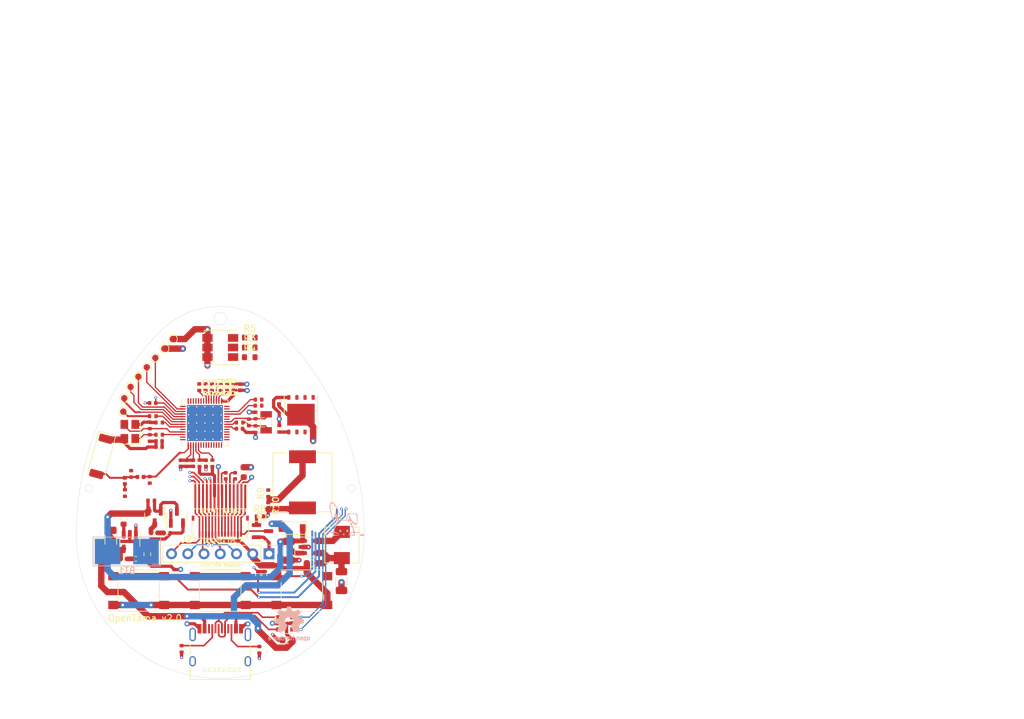
<source format=kicad_pcb>
(kicad_pcb (version 20211014) (generator pcbnew)
  (title_block (title "OpenTama") (date "2022-04-18") (rev "1.1") (company "Sparkr") (comment 1 "Licensed under CERN-OHL-S v2") (comment 2 "jc@sparkr.tech") (comment 3 "Jean-Christophe Rona"))
  (layers (0 "F.Cu" signal) (1 "In1.Cu" power) (2 "In2.Cu" power) (31 "B.Cu" signal) (34 "B.Paste" user) (35 "F.Paste" user) (36 "B.SilkS" user "B.Silkscreen") (37 "F.SilkS" user "F.Silkscreen") (38 "B.Mask" user) (39 "F.Mask" user) (44 "Edge.Cuts" user))
  (net 0 "")
  (net 1 "-BATT")
  (net 2 "+BATT")
  (net 3 "/ESP32-S3/RF_ANT")
  (net 4 "/ESP32-S3/VCC_SPI")
  (net 5 "+3V3")
  (net 6 "Net-(C6-Pad1)")
  (net 7 "+5V")
  (net 8 "Net-(C11-Pad1)")
  (net 9 "Net-(C3-Pad1)")
  (net 10 "Net-(C13-Pad2)")
  (net 11 "Net-(C13-Pad1)")
  (net 12 "Net-(C15-Pad1)")
  (net 13 "Net-(C15-Pad2)")
  (net 14 "Net-(D1-Pad5)")
  (net 15 "Net-(D1-Pad6)")
  (net 16 "Net-(D1-Pad4)")
  (net 17 "/ESP32-S3/XTAL_P")
  (net 18 "/ESP32-S3/XTAL32_P")
  (net 19 "/ESP32-S3/MCU_XTAL_N")
  (net 20 "/ESP32-S3/MCU_XTAL32_N")
  (net 21 "/ESP32-S3/LNA_IN")
  (net 22 "/ESP32-S3/CHIP_PU")
  (net 23 "/ESP32-S3/VDD_SPI")
  (net 24 "Net-(J2-Pad1)")
  (net 25 "SCREEN_DIN")
  (net 26 "SCREEN_CLK")
  (net 27 "SCREEN_DC")
  (net 28 "SCREEN_RES")
  (net 29 "SCREEN_CS")
  (net 30 "USB_CONN_D+")
  (net 31 "Net-(J4-PadB5)")
  (net 32 "/ESP32-S3/VDD_3P3")
  (net 33 "USB_CONN_D-")
  (net 34 "Net-(J4-PadA5)")
  (net 35 "/ESP32-S3/VDD_CPU")
  (net 36 "/ESP32-S3/VDDA")
  (net 37 "Net-(L1-Pad1)")
  (net 38 "Net-(LS1-Pad1)")
  (net 39 "BL_EN")
  (net 40 "NCHARG")
  (net 41 "RED_LED")
  (net 42 "GREEN_LED")
  (net 43 "BLUE_LED")
  (net 44 "Net-(R6-Pad1)")
  (net 45 "SPEAKER")
  (net 46 "LEFT_BTN")
  (net 47 "MIDDLE_BTN")
  (net 48 "RIGHT_BTN")
  (net 49 "/ESP32-S3/VDD_RTC")
  (net 53 "/GPIO0")
  (net 54 "/ESP32-S3/MCU_XTAL_P")
  (net 55 "/ESP32-S3/MCU_XTAL32_P")
  (net 56 "/ESP32-S3/U0RXD")
  (net 57 "USB_D-")
  (net 58 "USB_D+")
  (net 59 "/ESP32-S3/MCU_U0RXD")
  (net 60 "/ESP32-S3/SPIHD")
  (net 61 "/ESP32-S3/MCU_SPIHD")
  (net 62 "/ESP32-S3/SPIWP")
  (net 63 "Net-(R19-Pad2)")
  (net 64 "VBUS_SENSE")
  (net 65 "VBATT_MEAS")
  (net 66 "Net-(Q2-Pad3)")
  (net 67 "VBATT_ANA")
  (net 68 "Net-(Q3-Pad3)")
  (net 69 "/ESP32-S3/MCU_SPIWP")
  (net 70 "/ESP32-S3/MCU_SPICS0")
  (net 71 "/ESP32-S3/SPICLK")
  (net 72 "/ESP32-S3/MCU_SPICLK")
  (net 73 "/ESP32-S3/SPIQ")
  (net 74 "/ESP32-S3/MCU_SPIQ")
  (net 75 "/ESP32-S3/SPID")
  (net 76 "/ESP32-S3/MCU_SPID")
  (net 77 "/ESP32-S3/GPIO19")
  (net 78 "/ESP32-S3/GPIO20")
  (net 79 "/ESP32-S3/GPIO45")
  (net 80 "/ESP32-S3/MCU_MTCK")
  (net 81 "/ESP32-S3/MCU_MTMS")
  (net 82 "/ESP32-S3/MCU_MTDO")
  (net 83 "/ESP32-S3/MCU_MTDI")
  (net 84 "/ESP32-S3/U0TXD")
  (net 85 "/ESP32-S3/GPIO1")
  (net 86 "/ESP32-S3/GPIO2")
  (net 87 "/ESP32-S3/GPIO3")
  (net 88 "/ESP32-S3/GPIO4")
  (net 89 "/ESP32-S3/GPIO5")
  (net 90 "/ESP32-S3/GPIO6")
  (net 91 "/ESP32-S3/GPIO7")
  (net 92 "/ESP32-S3/GPIO8")
  (net 93 "/ESP32-S3/GPIO9")
  (net 94 "/ESP32-S3/GPIO10")
  (net 95 "/ESP32-S3/GPIO11")
  (net 96 "/ESP32-S3/GPIO12")
  (net 97 "/ESP32-S3/GPIO13")
  (net 98 "/ESP32-S3/GPIO14")
  (net 99 "/ESP32-S3/GPIO17")
  (net 100 "/ESP32-S3/GPIO18")
  (net 101 "/ESP32-S3/GPIO21")
  (net 105 "/ESP32-S3/GPIO33")
  (net 106 "/ESP32-S3/GPIO34")
  (net 107 "/ESP32-S3/GPIO35")
  (net 108 "/ESP32-S3/GPIO36")
  (net 109 "/ESP32-S3/GPIO37")
  (net 110 "/ESP32-S3/GPIO38")
  (net 111 "/ESP32-S3/GPIO46")
  (footprint "OpenTama:LED_RGB_TC5050" (layer "F.Cu") (at 150 72)
    (fp_text reference "D1" hide)
    (fp_text value "LED_RGB")
  )
  (footprint "Connector_USB:USB_C_Receptacle_HRO_TYPE-C-31-M-12" (layer "F.Cu") (at 150 120)
    (fp_text reference "J4" hide)
    (fp_text value "USB_C_Receptacle_USB2.0")
  )
  (footprint "Button_Switch_SMD:SW_Push_1P1T_NO_6x6mm_H9.5mm" (layer "F.Cu") (at 137.25 110)
    (fp_text reference "SW1" hide)
    (fp_text value "LEFT")
  )
  (footprint "Button_Switch_SMD:SW_Push_1P1T_NO_6x6mm_H9.5mm" (layer "F.Cu") (at 150 110)
    (fp_text reference "SW2" hide)
    (fp_text value "MIDDLE")
  )
  (footprint "Button_Switch_SMD:SW_Push_1P1T_NO_6x6mm_H9.5mm" (layer "F.Cu") (at 162.75 110)
    (fp_text reference "SW3" hide)
    (fp_text value "RIGHT")
  )
  (footprint "Connector_PinHeader_2.54mm:PinHeader_1x07_P2.54mm_Vertical" (layer "F.Cu") (at 157.62 104.25 -90)
    (fp_text reference "J3" hide)
    (fp_text value "Conn_01x07")
  )
  (footprint "OpenTama:LCD_14p_0.6mm" (layer "F.Cu") (at 150 95.25 180)
    (fp_text reference "J5" hide)
    (fp_text value "Conn_01x14")
  )
  (footprint "Package_TO_SOT_SMD:SOT-23-6" (layer "F.Cu") (at 160.36 115.12)
    (fp_text reference "U4" hide)
    (fp_text value "USBLC6-2SC6")
  )
  (footprint "OpenTama:Hirose_FH34SRJ-14S-0.5SH_1x14-1MP_P0.50mm_Horizontal" (layer "F.Cu") (at 150 100 180)
    (fp_text reference "J2")
    (fp_text value "Conn_01x14")
  )
  (footprint "TestPoint:TestPoint_Pad_D1.0mm" (layer "F.Cu") (at 139.859016 73.616848 45)
    (fp_text reference "TP2" hide)
    (fp_text value "TCK")
  )
  (footprint "Resistor_SMD:R_0402_1005Metric" (layer "F.Cu") (at 136.811884 105.036351)
    (fp_text reference "R21" hide)
    (fp_text value "20k")
  )
  (footprint "Resistor_SMD:R_0402_1005Metric" (layer "F.Cu") (at 159.175001 80.315 90)
    (fp_text reference "C2" hide)
    (fp_text value "0.1uF")
  )
  (footprint "Capacitor_SMD:C_0402_1005Metric" (layer "F.Cu") (at 144.765 90.105 -90)
    (fp_text reference "C22" hide)
    (fp_text value "1uF")
  )
  (footprint "Resistor_SMD:R_0402_1005Metric" (layer "F.Cu") (at 139.215 95.924999)
    (fp_text reference "R22" hide)
    (fp_text value "100k")
  )
  (footprint "Resistor_SMD:R_0603_1608Metric" (layer "F.Cu") (at 154.615 70.445)
    (fp_text reference "R5")
    (fp_text value "330")
  )
  (footprint "Capacitor_SMD:C_0402_1005Metric" (layer "F.Cu") (at 140.435 87.555 180)
    (fp_text reference "C21" hide)
    (fp_text value "1uF")
  )
  (footprint "TestPoint:TestPoint_Pad_D1.0mm" (layer "F.Cu") (at 134.848823 82.020006 45)
    (fp_text reference "TP7" hide)
    (fp_text value "RXD")
  )
  (footprint "Resistor_SMD:R_0402_1005Metric" (layer "F.Cu") (at 138.995 86.145 90)
    (fp_text reference "C4" hide)
    (fp_text value "C_Small")
  )
  (footprint "Package_TO_SOT_SMD:SOT-23" (layer "F.Cu") (at 139.755 98.495 -90)
    (fp_text reference "Q3" hide)
    (fp_text value "BSS84")
  )
  (footprint "Capacitor_SMD:C_0402_1005Metric" (layer "F.Cu") (at 152.315 92.065 90)
    (fp_text reference "C15" hide)
    (fp_text value "2.2uF/5V")
  )
  (footprint "Resistor_SMD:R_0402_1005Metric" (layer "F.Cu") (at 155.495 82.625001 90)
    (fp_text reference "C10" hide)
    (fp_text value "C_Small")
  )
  (footprint "TestPoint:TestPoint_Pad_D1.0mm" (layer "F.Cu") (at 134.996453 79.923289 45)
    (fp_text reference "TP8" hide)
    (fp_text value "TXD")
  )
  (footprint "Resistor_SMD:R_0402_1005Metric" (layer "F.Cu") (at 136.075 91.755 90)
    (fp_text reference "C8" hide)
    (fp_text value "C_Small")
  )
  (footprint "Resistor_SMD:R_0402_1005Metric" (layer "F.Cu") (at 151.065 78.205 -90)
    (fp_text reference "R27")
    (fp_text value "0R")
  )
  (footprint "Package_DFN_QFN:QFN-56-1EP_7x7mm_P0.4mm_EP5.6x5.6mm_ThermalVias" (layer "F.Cu") (at 147.595 83.805 90)
    (fp_text reference "U5" hide)
    (fp_text value "ESP32-S3R8V")
  )
  (footprint "Package_TO_SOT_SMD:TSOT-23-5" (layer "F.Cu") (at 135.871884 102.33635 -90)
    (fp_text reference "U2" hide)
    (fp_text value "LTC4054ES5-4.2")
  )
  (footprint "Resistor_SMD:R_0402_1005Metric" (layer "F.Cu") (at 140.455 85.635 180)
    (fp_text reference "R12" hide)
    (fp_text value "0R")
  )
  (footprint "Capacitor_SMD:C_0402_1005Metric" (layer "F.Cu") (at 139.445 80.675 180)
    (fp_text reference "C20" hide)
    (fp_text value "0.1uF")
  )
  (footprint "Resistor_SMD:R_0402_1005Metric" (layer "F.Cu") (at 139.455 82.735)
    (fp_text reference "R26" hide)
    (fp_text value "499")
  )
  (footprint "Package_TO_SOT_SMD:SOT-23" (layer "F.Cu") (at 143.225 98.515 90)
    (fp_text reference "Q2" hide)
    (fp_text value "BSS138")
  )
  (footprint "Resistor_SMD:R_0402_1005Metric" (layer "F.Cu") (at 150.065 78.205 -90)
    (fp_text reference "R28")
    (fp_text value "0R")
  )
  (footprint "Resistor_SMD:R_0402_1005Metric" (layer "F.Cu") (at 146.715 78.205 -90)
    (fp_text reference "R32")
    (fp_text value "0R")
  )
  (footprint "Resistor_SMD:R_0402_1005Metric" (layer "F.Cu") (at 156.895 107.535 90)
    (fp_text reference "R2" hide)
    (fp_text value "10k")
  )
  (footprint "Capacitor_SMD:C_0402_1005Metric" (layer "F.Cu") (at 145.765 90.095 -90)
    (fp_text reference "C24" hide)
    (fp_text value "0.1uF")
  )
  (footprint "Resistor_SMD:R_0402_1005Metric" (layer "F.Cu") (at 148.695 78.205 -90)
    (fp_text reference "R30")
    (fp_text value "0R")
  )
  (footprint "Capacitor_SMD:C_0603_1608Metric" (layer "F.Cu") (at 160.505 117.755 180)
    (fp_text reference "C16" hide)
    (fp_text value "100nF")
  )
  (footprint "TestPoint:TestPoint_Pad_D1.0mm" (layer "F.Cu") (at 138.522147 75.08333 45)
    (fp_text reference "TP4" hide)
    (fp_text value "MTDO")
  )
  (footprint "Resistor_SMD:R_0402_1005Metric" (layer "F.Cu") (at 143.955 119.115 90)
    (fp_text reference "R17" hide)
    (fp_text value "5.1k")
  )
  (footprint "Capacitor_SMD:C_0402_1005Metric" (layer "F.Cu") (at 147.765 90.105 -90)
    (fp_text reference "C14" hide)
    (fp_text value "1uF")
  )
  (footprint "Inductor_SMD:L_Sunlord_MWSA0518_5.4x5.2mm" (layer "F.Cu") (at 168.995 102.875 -90)
    (fp_text reference "L1" hide)
    (fp_text value "10uH")
  )
  (footprint "Capacitor_SMD:C_1206_3216Metric" (layer "F.Cu") (at 168.935001 108.505 -90)
    (fp_text reference "C6" hide)
    (fp_text value "10uF")
  )
  (footprint "Resistor_SMD:R_0603_1608Metric" (layer "F.Cu") (at 154.605 73.525)
    (fp_text reference "R4")
    (fp_text value "330")
  )
  (footprint "Resistor_SMD:R_0402_1005Metric" (layer "F.Cu") (at 140.455 83.725 180)
    (fp_text reference "R35" hide)
    (fp_text value "10k")
  )
  (footprint "TestPoint:TestPoint_Pad_D1.0mm" (layer "F.Cu") (at 141.275555 72.177285 45)
    (fp_text reference "TP1" hide)
    (fp_text value "EN")
  )
  (footprint "RF_Antenna:Johanson_2450AT43F0100" (layer "F.Cu") (at 131.395391 89.021421 -105)
    (fp_text reference "AE1" hide)
    (fp_text value "Antenna_Chip")
  )
  (footprint "Resistor_SMD:R_0402_1005Metric" (layer "F.Cu") (at 134.921883 105.03635)
    (fp_text reference "R20" hide)
    (fp_text value "20k")
  )
  (footprint "TestPoint:TestPoint_Pad_D1.0mm" (layer "F.Cu") (at 135.993128 78.159964 45)
    (fp_text reference "TP3" hide)
    (fp_text value "MTMS")
  )
  (footprint "Resistor_SMD:R_0603_1608Metric" (layer "F.Cu") (at 164.345 105.725001)
    (fp_text reference "R7" hide)
    (fp_text value "0")
  )
  (footprint "Buzzer_Beeper:Buzzer_CUI_CPT-9019S-SMT" (layer "F.Cu") (at 162.845 93.075 -90)
    (fp_text reference "LS1" hide)
    (fp_text value "Speaker_Crystal")
  )
  (footprint "Resistor_SMD:R_0402_1005Metric" (layer "F.Cu") (at 154.475 83.705 90)
    (fp_text reference "R16" hide)
    (fp_text value "DNP")
  )
  (footprint "Crystal:Crystal_SMD_3225-4Pin_3.2x2.5mm" (layer "F.Cu") (at 135.865 85.125 90)
    (fp_text reference "Y1" hide)
    (fp_text value "40mhz")
  )
  (footprint "Resistor_SMD:R_0402_1005Metric" (layer "F.Cu") (at 157.495 96.755 -90)
    (fp_text reference "R10")
    (fp_text value "1k")
  )
  (footprint "Package_SON:WSON-8-1EP_6x5mm_P1.27mm_EP3.4x4.3mm" (layer "F.Cu") (at 162.605 82.505 90)
    (fp_text reference "U3" hide)
    (fp_text value "W25Q32JVZP")
  )
  (footprint "Capacitor_SMD:C_1206_3216Metric" (layer "F.Cu") (at 160.735 103.775 -90)
    (fp_text reference "C1" hide)
    (fp_text value "4.7uF")
  )
  (footprint "Resistor_SMD:R_0402_1005Metric" (layer "F.Cu") (at 157.495 94.795 90)
    (fp_text reference "R9")
    (fp_text value "100")
  )
  (footprint "Capacitor_SMD:C_1206_3216Metric" (layer "F.Cu") (at 132.901884 102.05635 -90)
    (fp_text reference "C7" hide)
    (fp_text value "1uF")
  )
  (footprint "Resistor_SMD:R_0402_1005Metric" (layer "F.Cu") (at 142.825 107.225 90)
    (fp_text reference "R14" hide)
    (fp_text value "10k")
  )
  (footprint "Resistor_SMD:R_0402_1005Metric" (layer "F.Cu") (at 156.165 98.395)
    (fp_text reference "R8")
    (fp_text value "10k")
  )
  (footprint "Package_TO_SOT_SMD:SOT-23-5" (layer "F.Cu") (at 164.015 103.185)
    (fp_text reference "U1" hide)
    (fp_text value "TPS62203DBV")
  )
  (footprint "TestPoint:TestPoint_Pad_D1.0mm" (layer "F.Cu") (at 142.59669 70.675822 45)
    (fp_text reference "TP6" hide)
    (fp_text value "MTDI")
  )
  (footprint "Inductor_SMD:L_0402_1005Metric" (layer "F.Cu") (at 137.535 92.235)
    (fp_text reference "L3" hide)
    (fp_text value "L_Small")
  )
  (footprint "Resistor_SMD:R_0402_1005Metric" (layer "F.Cu") (at 156.105 119.255 90)
    (fp_text reference "R18" hide)
    (fp_text value "5.1k")
  )
  (footprint "Capacitor_SMD:C_0402_1005Metric" (layer "F.Cu") (at 152.995 84.695)
    (fp_text reference "C25" hide)
    (fp_text value "0.1uF")
  )
  (footprint "Capacitor_SMD:C_0402_1005Metric" (layer "F.Cu") (at 152.065 78.205 90)
    (fp_text reference "C17")
    (fp_text value "1uF")
  )
  (footprint "Resistor_SMD:R_0402_1005Metric" (layer "F.Cu") (at 138.985 92.695 -90)
    (fp_text reference "C12" hide)
    (fp_text value "C_Small")
  )
  (footprint "Crystal:Crystal_SMD_3215-2Pin_3.2x1.5mm" (layer "F.Cu") (at 157.165 83.695 -90)
    (fp_text reference "Y2" hide)
    (fp_text value "32k")
  )
  (footprint "Resistor_SMD:R_0402_1005Metric" (layer "F.Cu") (at 135.105 94.745 -90)
    (fp_text reference "C3" hide)
    (fp_text value "C_Small")
  )
  (footprint "Resistor_SMD:R_0603_1608Metric" (layer "F.Cu") (at 154.605 72.005)
    (fp_text reference "R3")
    (fp_text value "1k")
  )
  (footprint "Resistor_SMD:R_0402_1005Metric" (layer "F.Cu") (at 153.025 83.725)
    (fp_text reference "R15" hide)
    (fp_text value "0R")
  )
  (footprint "Resistor_SMD:R_0402_1005Metric" (layer "F.Cu") (at 138.995001 84.175 90)
    (fp_text reference "C9" hide)
    (fp_text value "C_Small")
  )
  (footprint "Capacitor_SMD:C_0402_1005Metric" (layer "F.Cu") (at 143.805 90.105 -90)
    (fp_text reference "C19" hide)
    (fp_text value "10uF")
  )
  (footprint "Resistor_SMD:R_0402_1005Metric" (layer "F.Cu") (at 147.705 78.205 -90)
    (fp_text reference "R31")
    (fp_text value "0R")
  )
  (footprint "Resistor_SMD:R_0603_1608Metric" (layer "F.Cu") (at 134.89635 98.788116 -90)
    (fp_text reference "R19" hide)
    (fp_text value "0")
  )
  (footprint "TestPoint:TestPoint_Pad_D1.0mm" (layer "F.Cu") (at 137.213128 76.556613 45)
    (fp_text reference "TP5" hide)
    (fp_text value "MTDI")
  )
  (footprint "Resistor_SMD:R_0402_1005Metric" (layer "F.Cu") (at 155.965 81.085)
    (fp_text reference "R33" hide)
    (fp_text value "0R")
  )
  (footprint "Capacitor_SMD:C_0402_1005Metric" (layer "F.Cu") (at 140.435001 86.625 180)
    (fp_text reference "C23" hide)
    (fp_text value "0.1uF")
  )
  (footprint "Package_TO_SOT_SMD:SOT-23" (layer "F.Cu") (at 156.595 100.705)
    (fp_text reference "Q1")
    (fp_text value "BSS138")
  )
  (footprint "Capacitor_SMD:C_0402_1005Metric" (layer "F.Cu") (at 153.065 78.205 90)
    (fp_text reference "C18")
    (fp_text value "0.1uF")
  )
  (footprint "Resistor_SMD:R_0402_1005Metric" (layer "F.Cu") (at 155.905 107.545001 90)
    (fp_text reference "R1" hide)
    (fp_text value "10k")
  )
  (footprint "Resistor_SMD:R_0402_1005Metric" (layer "F.Cu") (at 155.975 80.145)
    (fp_text reference "R34" hide)
    (fp_text value "0R")
  )
  (footprint "Resistor_SMD:R_0402_1005Metric" (layer "F.Cu") (at 159.215 84.705 -90)
    (fp_text reference "R13" hide)
    (fp_text value "10k")
  )
  (footprint "Capacitor_SMD:C_0402_1005Metric" (layer "F.Cu") (at 150.845 92.065 90)
    (fp_text reference "C13" hide)
    (fp_text value "2.2uF/5V")
  )
  (footprint "Resistor_SMD:R_0402_1005Metric" (layer "F.Cu") (at 155.505 84.765 90)
    (fp_text reference "C5" hide)
    (fp_text value "C_Small")
  )
  (footprint "Resistor_SMD:R_0402_1005Metric" (layer "F.Cu") (at 148.765 90.115 90)
    (fp_text reference "R11" hide)
    (fp_text value "20k")
  )
  (footprint "Resistor_SMD:R_0402_1005Metric" (layer "F.Cu") (at 141.665 101.005)
    (fp_text reference "R24" hide)
    (fp_text value "20k")
  )
  (footprint "Resistor_SMD:R_0402_1005Metric" (layer "F.Cu") (at 146.755 90.115 90)
    (fp_text reference "R25" hide)
    (fp_text value "10k")
  )
  (footprint "Diode_SMD:D_SOD-123" (layer "F.Cu") (at 161.234999 100.225 180)
    (fp_text reference "D2" hide)
    (fp_text value "D_Small")
  )
  (footprint "Inductor_SMD:L_0402_1005Metric" (layer "F.Cu") (at 135.095 92.855 90)
    (fp_text reference "L2" hide)
    (fp_text value "L_Small")
  )
  (footprint "Resistor_SMD:R_0402_1005Metric" (layer "F.Cu") (at 139.695 100.975)
    (fp_text reference "R23" hide)
    (fp_text value "20k")
  )
  (footprint "Capacitor_SMD:C_0603_1608Metric" (layer "F.Cu") (at 153.665 91.495 90)
    (fp_text reference "C11" hide)
    (fp_text value "330nF/25V")
  )
  (footprint "Resistor_SMD:R_0603_1608Metric" (layer "F.Cu") (at 138.601884 104.31635 -90)
    (fp_text reference "R6" hide)
    (fp_text value "2k 1%")
  )
  (footprint "OpenTama:Lapin" (layer "B.Cu") (at 169.25 98.75 180)
    (fp_text reference "G***" hide)
    (fp_text value "Lapin" hide)
  )
  (footprint "Symbol:OSHW-Logo2_7.3x6mm_SilkScreen" (layer "B.Cu") (at 160.75 115.25 180)
    (fp_text reference "REF**" hide)
    (fp_text value "OSHW-Logo2_7.3x6mm_SilkScreen" hide)
  )
  (footprint "OpenTama:Battery_Pads_4x4" (layer "B.Cu") (at 135.4 103.89)
    (fp_text reference "BT1")
    (fp_text value "Battery_Cell")
  )
  (gr_circle (center 153.25 102.25) (end 153.325 102.25) (layer "F.SilkS") (width 0.15) (fill none))
  (gr_circle (center 154 97.5) (end 154.075 97.5) (layer "F.SilkS") (width 0.15) (fill none))
  (gr_circle (center 158.67 114.22) (end 158.745 114.22) (layer "F.SilkS") (width 0.15) (fill none))
  (gr_arc (start 172.5 101.25) (mid 150 123.75) (end 127.5 101.25) (layer "Edge.Cuts") (width 0.05))
  (gr_circle (center 170.5 94) (end 171.076 94) (layer "Edge.Cuts") (width 0.05) (fill none))
  (gr_arc (start 127.500003 101.25) (mid 130.925424 84.029247) (end 140.680197 69.430197) (layer "Edge.Cuts") (width 0.05))
  (gr_arc (start 159.319805 69.430195) (mid 169.074579 84.029246) (end 172.5 101.25) (layer "Edge.Cuts") (width 0.05))
  (gr_arc (start 140.680196 69.430196) (mid 150 65.569807) (end 159.319804 69.430196) (layer "Edge.Cuts") (width 0.05))
  (gr_circle (center 150 67.5) (end 151 67.5) (layer "Edge.Cuts") (width 0.05) (fill none))
  (gr_circle (center 129.5 94) (end 130.076 94) (layer "Edge.Cuts") (width 0.05) (fill none))
  (gr_text "SSD1306 Module" (at 150 106) (layer "F.SilkS") (effects (font (size 0.5 0.5) (thickness 0.1))))
  (gr_text "UC1701x FPC" (at 150 102.25) (layer "F.SilkS") (effects (font (size 0.5 0.5) (thickness 0.1))))
  (gr_text "UC1701x Welded" (at 150 97.65) (layer "F.SilkS") (effects (font (size 0.5 0.5) (thickness 0.1))))
  (gr_text "OpenTama v2.0" (at 132.36 114.3) (layer "F.SilkS") (effects (font (size 1 1)) (justify left)))
  (gr_text "JLCJLCJLCJLC" (at 150.19 122.42) (layer "F.SilkS") (effects (font (size 0.6 0.6) (thickness 0.1))))
  (segment (start 146.02 69.15) (end 148 69.15) (width 1) (layer "F.Cu") (net 1))
  (segment (start 147.77 91.11) (end 147.765 91.105) (width 0.5) (layer "F.Cu") (net 1))
  (segment (start 157.62 102.51) (end 157.62 104.25) (width 0.5) (layer "F.Cu") (net 1))
  (segment (start 164.51 85.205) (end 164.51 86.62) (width 1) (layer "F.Cu") (net 1))
  (segment (start 137.665 84.025) (end 138.025 83.665) (width 0.5) (layer "F.Cu") (net 1))
  (segment (start 149.7 95.25) (end 149.7 90.62) (width 0.254) (layer "F.Cu") (net 1))
  (segment (start 138.025 83.665) (end 138.995001 83.665) (width 0.5) (layer "F.Cu") (net 1))
  (segment (start 162.845 97.075) (end 162.655 97.265) (width 1) (layer "F.Cu") (net 1))
  (segment (start 142.31 106.2) (end 139.25 106.2) (width 0.5) (layer "F.Cu") (net 1))
  (segment (start 139.53865 105.14135) (end 139.96 104.72) (width 0.75) (layer "F.Cu") (net 1))
  (segment (start 135.015 86.225) (end 134.84 86.4) (width 1) (layer "F.Cu") (net 1))
  (segment (start 138.79913 102.31087) (end 139.17 101.94) (width 0.5) (layer "F.Cu") (net 1))
  (segment (start 159.175001 80.825) (end 159.175001 81.166709) (width 0.5) (layer "F.Cu") (net 1))
  (segment (start 157.495 97.265) (end 157.495 98.225) (width 0.5) (layer "F.Cu") (net 1))
  (segment (start 142.175 101.151048) (end 142.175 101.005) (width 0.5) (layer "F.Cu") (net 1))
  (segment (start 153.9845 115.2205) (end 154.32 115.2205) (width 0.5) (layer "F.Cu") (net 1))
  (segment (start 155.495 82.115001) (end 154.545001 82.115001) (width 0.5) (layer "F.Cu") (net 1))
  (segment (start 164.51 85.205) (end 164.51 84.41) (width 1) (layer "F.Cu") (net 1))
  (segment (start 147.765 91.105) (end 147.765 90.585) (width 0.5) (layer "F.Cu") (net 1))
  (segment (start 149.75 95.3) (end 149.75 101.175) (width 0.254) (layer "F.Cu") (net 1))
  (segment (start 135.015 86.225) (end 135.015 86.895) (width 0.5) (layer "F.Cu") (net 1))
  (segment (start 168.935001 109.98) (end 168.935001 108.704999) (width 1) (layer "F.Cu") (net 1))
  (segment (start 142.825 106.715) (end 142.31 106.2) (width 0.5) (layer "F.Cu") (net 1))
  (segment (start 164.51 84.41) (end 162.605 82.505) (width 1) (layer "F.Cu") (net 1))
  (segment (start 154.145 77.725) (end 154.15 77.73) (width 0.5) (layer "F.Cu") (net 1))
  (segment (start 135.871884 101.19885) (end 135.871884 102.298116) (width 0.5) (layer "F.Cu") (net 1))
  (segment (start 159.175001 81.166709) (end 160.513292 82.505) (width 0.5) (layer "F.Cu") (net 1))
  (segment (start 168.935001 108.704999) (end 168.94 108.7) (width 1) (layer "F.Cu") (net 1))
  (segment (start 145.985 115.19) (end 146.75 115.955) (width 0.5) (layer "F.Cu") (net 1))
  (segment (start 153.475 84.695) (end 154.055 85.275) (width 0.5) (layer "F.Cu") (net 1))
  (segment (start 163.785 103.185) (end 162.8775 103.185) (width 0.75) (layer "F.Cu") (net 1))
  (segment (start 136.715 84.025) (end 137.665 84.025) (width 0.5) (layer "F.Cu") (net 1))
  (segment (start 145.765 90.575) (end 143.815 90.575) (width 0.5) (layer "F.Cu") (net 1))
  (segment (start 135.91 87.79) (end 138.41 87.79) (width 0.5) (layer "F.Cu") (net 1))
  (segment (start 134.84 86.4) (end 132.264493 86.4) (width 1) (layer "F.Cu") (net 1))
  (segment (start 156.105 119.765) (end 156.105 120.595) (width 0.5) (layer "F.Cu") (net 1))
  (segment (start 144.175 99.4525) (end 144.175 100.765) (width 0.5) (layer "F.Cu") (net 1))
  (segment (start 153.25 115.955) (end 153.9845 115.2205) (width 0.5) (layer "F.Cu") (net 1))
  (segment (start 163.79 103.19) (end 163.785 103.185) (width 0.75) (layer "F.Cu") (net 1))
  (segment (start 142.18 101.01) (end 142.175 101.005) (width 0.5) (layer "F.Cu") (net 1))
  (segment (start 135.871884 102.298116) (end 135.86 102.31) (width 0.5) (layer "F.Cu") (net 1))
  (segment (start 138.965 80.675) (end 138.265 80.675) (width 0.3059) (layer "F.Cu") (net 1))
  (segment (start 154.545001 82.115001) (end 154.53 82.1) (width 0.5) (layer "F.Cu") (net 1))
  (segment (start 144.494178 70.675822) (end 146.02 69.15) (width 1) (layer "F.Cu") (net 1))
  (segment (start 149.7 95.25) (end 149.75 95.3) (width 0.254) (layer "F.Cu") (net 1))
  (segment (start 155.905 107.035001) (end 155.855001 107.035001) (width 0.254) (layer "F.Cu") (net 1))
  (segment (start 159.26 115.12) (end 158.16 115.12) (width 0.5) (layer "F.Cu") (net 1))
  (segment (start 157.45 98.27) (end 157.325 98.395) (width 0.5) (layer "F.Cu") (net 1))
  (segment (start 132.264493 86.4) (end 132.133025 86.268532) (width 1) (layer "F.Cu") (net 1))
  (segment (start 155.905 107.035001) (end 157.054999 107.035001) (width 0.5) (layer "F.Cu") (net 1))
  (segment (start 133.81087 102.31087) (end 138.79913 102.31087) (width 0.5) (layer "F.Cu") (net 1))
  (segment (start 138.41 87.79) (end 138.645 87.555) (width 0.5) (layer "F.Cu") (net 1))
  (segment (start 143.93 101.01) (end 142.18 101.01) (width 0.5) (layer "F.Cu") (net 1))
  (segment (start 156.765 101.655) (end 157.62 102.51) (width 0.5) (layer "F.Cu") (net 1))
  (segment (start 143.775 106.715) (end 143.8 106.69) (width 0.5) (layer "F.Cu") (net 1))
  (segment (start 141.386048 101.94) (end 142.175 101.151048) (width 0.5) (layer "F.Cu") (net 1))
  (segment (start 155.855001 107.035001) (end 155.25 106.43) (width 0.254) (layer "F.Cu") (net 1))
  (segment (start 155.6575 101.655) (end 156.765 101.655) (width 0.5) (layer "F.Cu") (net 1))
  (segment (start 157.495 98.225) (end 157.45 98.27) (width 0.5) (layer "F.Cu") (net 1))
  (segment (start 153.665 90.72) (end 154.79 90.72) (width 1) (layer "F.Cu") (net 1))
  (segment (start 155.905 107.035001) (end 156.884999 107.035001) (width 0.5) (layer "F.Cu") (net 1))
  (segment (start 142.59669 70.675822) (end 144.494178 70.675822) (width 1) (layer "F.Cu") (net 1))
  (segment (start 139.925001 86.655) (end 139.955001 86.625) (width 0.5) (layer "F.Cu") (net 1))
  (segment (start 139.945 83.725) (end 139.055001 83.725) (width 0.5) (layer "F.Cu") (net 1))
  (segment (start 162.31 105.25) (end 162.32 105.24) (width 0.75) (layer "F.Cu") (net 1))
  (segment (start 160.513292 82.505) (end 162.605 82.505) (width 0.5) (layer "F.Cu") (net 1))
  (segment (start 139.25 106.2) (end 138.601884 105.551884) (width 0.5) (layer "F.Cu") (net 1))
  (segment (start 138.601884 105.551884) (end 138.601884 105.14135) (width 0.5) (layer "F.Cu") (net 1))
  (segment (start 138.995 86.655) (end 139.925001 86.655) (width 0.5) (layer "F.Cu") (net 1))
  (segment (start 162.655 97.265) (end 157.495 97.265) (width 1) (layer "F.Cu") (net 1))
  (segment (start 159.055 117.755) (end 158.16 116.86) (width 0.5) (layer "F.Cu") (net 1))
  (segment (start 138.645 87.555) (end 139.955 87.555) (width 0.5) (layer "F.Cu") (net 1))
  (segment (start 132.901884 101.401884) (end 133.81087 102.31087) (width 0.5) (layer "F.Cu") (net 1))
  (segment (start 137.321884 105.036351) (end 138.496885 105.036351) (width 0.75) (layer "F.Cu") (net 1))
  (segment (start 156.884999 107.035001) (end 156.895 107.025) (width 0.5) (layer "F.Cu") (net 1))
  (segment (start 159.73 117.755) (end 159.055 117.755) (width 0.5) (layer "F.Cu") (net 1))
  (segment (start 139.17 101.94) (end 141.386048 101.94) (width 0.5) (layer "F.Cu") (net 1))
  (segment (start 154.055 85.275) (end 155.505 85.275) (width 0.5) (layer "F.Cu") (net 1))
  (segment (start 135.015 86.895) (end 135.91 87.79) (width 0.5) (layer "F.Cu") (net 1))
  (segment (start 143.955 119.625) (end 143.955 120.445) (width 0.5) (layer "F.Cu") (net 1))
  (segment (start 160.735 105.25) (end 162.31 105.25) (width 0.75) (layer "F.Cu") (net 1))
  (segment (start 139.055001 83.725) (end 138.995001 83.665) (width 0.5) (layer "F.Cu") (net 1))
  (segment (start 139.96 104.72) (end 139.96 102.12) (width 0.75) (layer "F.Cu") (net 1))
  (segment (start 139.955 87.555) (end 139.955001 86.625) (width 0.5) (layer "F.Cu") (net 1))
  (segment (start 143.81 91.09) (end 143.81 90.59) (width 0.5) (layer "F.Cu") (net 1))
  (segment (start 132.901884 100.58135) (end 132.901884 101.401884) (width 0.5) (layer "F.Cu") (net 1))
  (segment (start 155.505 85.275) (end 155.505 86.045) (width 0.5) (layer "F.Cu") (net 1))
  (segment (start 138.265 80.675) (end 138.26 80.67) (width 0.3059) (layer "F.Cu") (net 1))
  (segment (start 143.955 120.445) (end 143.95 120.45) (width 0.5) (layer "F.Cu") (net 1))
  (segment (start 153.065 77.725) (end 154.145 77.725) (width 0.5) (layer "F.Cu") (net 1))
  (segment (start 143.81 90.59) (end 143.805 90.585) (width 0.5) (layer "F.Cu") (net 1))
  (segment (start 143.815 90.575) (end 143.805 90.585) (width 0.5) (layer "F.Cu") (net 1))
  (segment (start 156.105 120.595) (end 156.12 120.61) (width 0.5) (layer "F.Cu") (net 1))
  (segment (start 152.065 77.725) (end 153.065 77.725) (width 0.5) (layer "F.Cu") (net 1))
  (segment (start 155.505 86.045) (end 155.51 86.05) (width 0.5) (layer "F.Cu") (net 1))
  (segment (start 138.601884 105.14135) (end 139.53865 105.14135) (width 0.75) (layer "F.Cu") (net 1))
  (segment (start 148 73.5) (end 148 69.15) (width 1) (layer "F.Cu") (net 1))
  (segment (start 144.175 100.765) (end 143.93 101.01) (width 0.5) (layer "F.Cu") (net 1))
  (segment (start 144.81 115.19) (end 145.985 115.19) (width 0.5) (layer "F.Cu") (net 1))
  (segment (start 157.325 98.395) (end 156.675 98.395) (width 0.5) (layer "F.Cu") (net 1))
  (segment (start 138.496885 105.036351) (end 138.601884 105.14135) (width 0.75) (layer "F.Cu") (net 1))
  (segment (start 158.16 115.12) (end 158.14 115.1) (width 0.5) (layer "F.Cu") (net 1))
  (segment (start 148 74.82) (end 148 73.5) (width 1) (layer "F.Cu") (net 1))
  (segment (start 142.825 106.715) (end 143.775 106.715) (width 0.5) (layer "F.Cu") (net 1))
  (via (at 168.94 108.7) (size 0.8) (drill 0.4) (layers "F.Cu" "B.Cu") (net 1))
  (via (at 157.45 98.27) (size 0.45) (drill 0.254) (layers "F.Cu" "B.Cu") (net 1))
  (via (at 163.79 103.19) (size 0.45) (drill 0.254) (layers "F.Cu" "B.Cu") (net 1))
  (via (at 158.16 116.86) (size 0.45) (drill 0.254) (layers "F.Cu" "B.Cu") (net 1))
  (via (at 154.53 82.1) (size 0.8) (drill 0.4) (layers "F.Cu" "B.Cu") (net 1))
  (via (at 148 69.15) (size 0.8) (drill 0.4) (layers "F.Cu" "B.Cu") (net 1))
  (via (at 154.79 90.72) (size 0.8) (drill 0.4) (layers "F.Cu" "B.Cu") (net 1))
  (via (at 154.32 115.2205) (size 0.8) (drill 0.4) (layers "F.Cu" "B.Cu") (net 1))
  (via (at 156.12 120.61) (size 0.45) (drill 0.254) (layers "F.Cu" "B.Cu") (net 1))
  (via (at 138.26 80.67) (size 0.45) (drill 0.254) (layers "F.Cu" "B.Cu") (net 1))
  (via (at 144.81 115.19) (size 0.8) (drill 0.4) (layers "F.Cu" "B.Cu") (net 1))
  (via (at 149.7 90.62) (size 0.8) (drill 0.4) (layers "F.Cu" "B.Cu") (net 1))
  (via (at 154.15 77.73) (size 0.8) (drill 0.4) (layers "F.Cu" "B.Cu") (net 1))
  (via (at 162.32 105.24) (size 0.45) (drill 0.254) (layers "F.Cu" "B.Cu") (net 1))
  (via (at 143.81 91.09) (size 0.45) (drill 0.254) (layers "F.Cu" "B.Cu") (net 1))
  (via (at 148 74.82) (size 0.8) (drill 0.4) (layers "F.Cu" "B.Cu") (net 1))
  (via (at 155.51 86.05) (size 0.8) (drill 0.4) (layers "F.Cu" "B.Cu") (net 1))
  (via (at 164.51 86.62) (size 0.8) (drill 0.4) (layers "F.Cu" "B.Cu") (net 1))
  (via (at 143.95 120.45) (size 0.45) (drill 0.254) (layers "F.Cu" "B.Cu") (net 1))
  (via (at 155.25 106.43) (size 0.45) (drill 0.254) (layers "F.Cu" "B.Cu") (net 1))
  (via (at 147.77 91.11) (size 0.45) (drill 0.254) (layers "F.Cu" "B.Cu") (net 1))
  (via (at 158.14 115.1) (size 0.8) (drill 0.4) (layers "F.Cu" "B.Cu") (net 1))
  (via (at 143.8 106.69) (size 0.8) (drill 0.4) (layers "F.Cu" "B.Cu") (net 1))
  (segment (start 160.8 102.235) (end 160.735 102.3) (width 0.75) (layer "F.Cu") (net 2))
  (segment (start 162.8775 102.235) (end 160.8 102.235) (width 0.75) (layer "F.Cu") (net 2))
  (segment (start 161.675 104.135) (end 160.735 103.195) (width 0.75) (layer "F.Cu") (net 2))
  (segment (start 162.8775 104.135) (end 161.675 104.135) (width 0.75) (layer "F.Cu") (net 2))
  (segment (start 162.8775 100.232499) (end 162.884999 100.225) (width 0.75) (layer "F.Cu") (net 2))
  (segment (start 132.94 97.96) (end 138.37298 97.96) (width 1) (layer "F.Cu") (net 2))
  (segment (start 160.735 103.195) (end 160.735 102.3) (width 0.75) (layer "F.Cu") (net 2))
  (segment (start 138.37298 97.96) (end 138.77548 97.5575) (width 1) (layer "F.Cu") (net 2))
  (segment (start 132.4 98.5) (end 132.94 97.96) (width 1) (layer "F.Cu") (net 2))
  (segment (start 138.705 95.924999) (end 138.705 97.4575) (width 0.5) (layer "F.Cu") (net 2))
  (segment (start 162.8775 102.235) (end 162.8775 100.232499) (width 0.75) (layer "F.Cu") (net 2))
  (segment (start 160.735 102.3) (end 160.84952 102.18548) (width 1) (layer "F.Cu") (net 2))
  (segment (start 138.705 97.4575) (end 138.805 97.5575) (width 0.5) (layer "F.Cu") (net 2))
  (segment (start 159.4 102.34) (end 160.769999 102.34) (width 1) (layer "F.Cu") (net 2))
  (segment (start 159.39 102.35) (end 159.4 102.34) (width 1) (layer "F.Cu") (net 2))
  (via (at 132.4 98.5) (size 0.8) (drill 0.4) (layers "F.Cu" "B.Cu") (net 2))
  (via (at 159.39 102.35) (size 0.8) (drill 0.4) (layers "F.Cu" "B.Cu") (net 2))
  (segment (start 159.39 106.42) (end 157.93 107.88) (width 1) (layer "B.Cu") (net 2))
  (segment (start 133.51 107.88) (end 132.4 106.77) (width 1) (layer "B.Cu") (net 2))
  (segment (start 159.39 102.35) (end 159.39 106.42) (width 1) (layer "B.Cu") (net 2))
  (segment (start 132.4 103.89) (end 132.4 98.5) (width 1) (layer "B.Cu") (net 2))
  (segment (start 132.4 106.77) (end 132.4 103.89) (width 1) (layer "B.Cu") (net 2))
  (segment (start 157.93 107.88) (end 133.51 107.88) (width 1) (layer "B.Cu") (net 2))
  (segment (start 136.105 92.235) (end 136.075 92.265) (width 0.3059) (layer "F.Cu") (net 3))
  (segment (start 136.065 92.275) (end 136.075 92.265) (width 0.3059) (layer "F.Cu") (net 3))
  (segment (start 135.12 92.275) (end 136.065 92.275) (width 0.3059) (layer "F.Cu") (net 3))
  (segment (start 132.16431 91.77431) (end 130.657757 91.77431) (width 0.3059) (layer "F.Cu") (net 3))
  (segment (start 132.76 92.37) (end 132.16431 91.77431) (width 0.3059) (layer "F.Cu") (net 3))
  (segment (start 137.05 92.235) (end 136.105 92.235) (width 0.3059) (layer "F.Cu") (net 3))
  (segment (start 135.095 92.37) (end 132.76 92.37) (width 0.3059) (layer "F.Cu") (net 3))
  (segment (start 159.215 84.195) (end 159.215 83.165) (width 0.5) (layer "F.Cu") (net 4))
  (segment (start 158.34 80.22) (end 158.755 79.805) (width 0.5) (layer "F.Cu") (net 4))
  (segment (start 159.215 82.195978) (end 158.34 81.320978) (width 0.5) (layer "F.Cu") (net 4))
  (segment (start 160.7 79.805) (end 159.175001 79.805) (width 0.5) (layer "F.Cu") (net 4))
  (segment (start 158.755 79.805) (end 159.175001 79.805) (width 0.5) (layer "F.Cu") (net 4))
  (segment (start 159.215 83.165) (end 159.215 82.195978) (width 0.5) (layer "F.Cu") (net 4))
  (segment (start 158.34 81.320978) (end 158.34 80.22) (width 0.5) (layer "F.Cu") (net 4))
  (via (at 159.215 83.165) (size 0.8) (drill 0.4) (layers "F.Cu" "B.Cu") (net 4))
  (segment (start 159.515489 106.525489) (end 163.215489 106.525489) (width 0.75) (layer "F.Cu") (net 5))
  (segment (start 153.60348 93.04652) (end 154.27348 93.04652) (width 0.254) (layer "F.Cu") (net 5))
  (segment (start 153.3 97.918626) (end 152.75 98.468626) (width 0.254) (layer "F.Cu") (net 5))
  (segment (start 159.05 106.06) (end 158.27 106.06) (width 0.75) (layer "F.Cu") (net 5))
  (segment (start 156.364331 106.05548) (end 158.26548 106.05548) (width 1) (layer "F.Cu") (net 5))
  (segment (start 139.19 112.25) (end 139.18 112.26) (width 1) (layer "F.Cu") (net 5))
  (segment (start 134.743622 112.25) (end 134.761811 112.268189) (width 1) (layer "F.Cu") (net 5))
  (segment (start 149.1 95.25) (end 149.1 92.05) (width 0.5) (layer "F.Cu") (net 5))
  (segment (start 146.755 91.595) (end 146.969519 91.809519) (width 0.5) (layer "F.Cu") (net 5))
  (segment (start 149.1 97.24) (end 149.25 97.39) (width 0.254) (layer "F.Cu") (net 5))
  (segment (start 156.336459 106.065481) (end 156.35433 106.065481) (width 1) (layer "F.Cu") (net 5))
  (segment (start 153.34 102.51) (end 155.08 104.25) (width 0.254) (layer "F.Cu") (net 5))
  (segment (start 149.273489 101.822115) (end 149.710687 102.259313) (width 0.254) (layer "F.Cu") (net 5))
  (segment (start 154.9 92.42) (end 154.9 92.29) (width 0.254) (layer "F.Cu") (net 5))
  (segment (start 149.1 92.05) (end 148.765 91.715) (width 0.5) (layer "F.Cu") (net 5))
  (segment (start 146.755 90.625) (end 146.755 91.595) (width 0.5) (layer "F.Cu") (net 5))
  (segment (start 149.710687 102.259313) (end 152.730687 102.259313) (width 0.5) (layer "F.Cu") (net 5))
  (segment (start 152.75 98.468626) (end 152.75 101.175) (width 0.254) (layer "F.Cu") (net 5))
  (segment (start 149.25 97.39) (end 149.25 101.175) (width 0.254) (layer "F.Cu") (net 5))
  (segment (start 166.725 112.25) (end 158.775 112.25) (width 1) (layer "F.Cu") (net 5))
  (segment (start 133.275 112.25) (end 134.743622 112.25) (width 1) (layer "F.Cu") (net 5))
  (segment (start 163.215489 106.525489) (end 163.52 106.83) (width 0.75) (layer "F.Cu") (net 5))
  (segment (start 155.08 104.25) (end 155.08 104.809022) (width 1) (layer "F.Cu") (net 5))
  (segment (start 152.730687 102.259313) (end 152.75 102.24) (width 0.254) (layer "F.Cu") (net 5))
  (segment (start 149.1 95.25) (end 149.1 97.24) (width 0.254) (layer "F.Cu") (net 5))
  (segment (start 156.35433 106.065481) (end 156.364331 106.05548) (width 1) (layer "F.Cu") (net 5))
  (segment (start 149.273489 101.183489) (end 149.273489 101.822115) (width 0.254) (layer "F.Cu") (net 5))
  (segment (start 158.775 112.25) (end 141.225 112.25) (width 1) (layer "F.Cu") (net 5))
  (segment (start 163.52 106.83) (end 163.52 107.22) (width 1) (layer "F.Cu") (net 5))
  (segment (start 159.05 106.06) (end 159.515489 106.525489) (width 0.75) (layer "F.Cu") (net 5))
  (segment (start 163.52 105.725001) (end 163.52 106.83) (width 1) (layer "F.Cu") (net 5))
  (segment (start 154.27348 93.04652) (end 154.9 92.42) (width 0.254) (layer "F.Cu") (net 5))
  (segment (start 153.3 93.35) (end 153.60348 93.04652) (width 0.254) (layer "F.Cu") (net 5))
  (segment (start 163.52 107.22) (end 166.725 110.425) (width 1) (layer "F.Cu") (net 5))
  (segment (start 158.27 106.06) (end 158.26548 106.05548) (width 0.75) (layer "F.Cu") (net 5))
  (segment (start 152.75 101.175) (end 152.75 102.24) (width 0.254) (layer "F.Cu") (net 5))
  (segment (start 153.3 95.25) (end 153.3 93.35) (width 0.254) (layer "F.Cu") (net 5))
  (segment (start 153.089313 102.259313) (end 155.08 104.25) (width 0.5) (layer "F.Cu") (net 5))
  (segment (start 141.225 112.25) (end 139.19 112.25) (width 1) (layer "F.Cu") (net 5))
  (segment (start 148.765 91.715) (end 148.765 90.625) (width 0.5) (layer "F.Cu") (net 5))
  (segment (start 141.275555 72.177285) (end 144.157285 72.177285) (width 1) (layer "F.Cu") (net 5))
  (segment (start 149.25 101.175) (end 149.265 101.175) (width 0.254) (layer "F.Cu") (net 5))
  (segment (start 166.725 110.425) (end 166.725 112.25) (width 1) (layer "F.Cu") (net 5))
  (segment (start 153.3 95.25) (end 153.3 97.918626) (width 0.254) (layer "F.Cu") (net 5))
  (segment (start 155.08 104.809022) (end 156.336459 106.065481) (width 1) (layer "F.Cu") (net 5))
  (segment (start 144.157285 72.177285) (end 144.16 72.18) (width 1) (layer "F.Cu") (net 5))
  (segment (start 152.730687 102.259313) (end 153.089313 102.259313) (width 0.5) (layer "F.Cu") (net 5))
  (segment (start 146.969519 91.809519) (end 148.760481 91.809519) (width 0.5) (layer "F.Cu") (net 5))
  (segment (start 149.265 101.175) (end 149.273489 101.183489) (width 0.254) (layer "F.Cu") (net 5))
  (segment (start 148.760481 91.809519) (end 148.78 91.79) (width 0.5) (layer "F.Cu") (net 5))
  (via (at 144.16 72.18) (size 0.8) (drill 0.4) (layers "F.Cu" "B.Cu") (net 5))
  (via (at 154.9 92.29) (size 0.8) (drill 0.4) (layers "F.Cu" "B.Cu") (net 5))
  (via (at 134.77 112.26) (size 0.8) (drill 0.4) (layers "F.Cu" "B.Cu") (net 5))
  (via (at 139.18 112.26) (size 0.8) (drill 0.4) (layers "F.Cu" "B.Cu") (net 5))
  (segment (start 139.18 112.26) (end 134.77 112.26) (width 1) (layer "B.Cu") (net 5))
  (segment (start 168.935001 104.984999) (end 168.995 104.925) (width 1) (layer "F.Cu") (net 6))
  (segment (start 168.935001 107.03) (end 168.935001 104.984999) (width 1) (layer "F.Cu") (net 6))
  (segment (start 166.084999 105.725001) (end 166.885 104.925) (width 1) (layer "F.Cu") (net 6))
  (segment (start 165.1525 104.135) (end 166.095 104.135) (width 1) (layer "F.Cu") (net 6))
  (segment (start 166.095 104.135) (end 166.885 104.925) (width 1) (layer "F.Cu") (net 6))
  (segment (start 166.885 104.925) (end 168.995 104.925) (width 1) (layer "F.Cu") (net 6))
  (segment (start 165.17 105.725001) (end 166.084999 105.725001) (width 1) (layer "F.Cu") (net 6))
  (segment (start 160.43 115.12) (end 160.36 115.19) (width 0.5) (layer "F.Cu") (net 7))
  (segment (start 147.55 114.73) (end 147.55 115.955) (width 0.5) (layer "F.Cu") (net 7))
  (segment (start 158.04 99.55) (end 159.5 99.55) (width 1) (layer "F.Cu") (net 7))
  (segment (start 160.36 116.835) (end 161.28 117.755) (width 0.5) (layer "F.Cu") (net 7))
  (segment (start 144.8 114.01) (end 138.76 114.01) (width 1) (layer "F.Cu") (net 7))
  (segment (start 155.89 116.14) (end 158.67952 118.92952) (width 1) (layer "F.Cu") (net 7))
  (segment (start 160.337948 118.92952) (end 161.28 117.987468) (width 1) (layer "F.Cu") (net 7))
  (segment (start 159.5 99.55) (end 159.584999 99.634999) (width 1) (layer "F.Cu") (net 7))
  (segment (start 158.67952 118.92952) (end 160.337948 118.92952) (width 1) (layer "F.Cu") (net 7))
  (segment (start 134.95 110.23) (end 132.37 110.23) (width 1) (layer "F.Cu") (net 7))
  (segment (start 155.10299 114.37299) (end 152.68701 114.37299) (width 0.3059) (layer "F.Cu") (net 7))
  (segment (start 132.37 110.23) (end 131.41 109.27) (width 1) (layer "F.Cu") (net 7))
  (segment (start 131.41 109.27) (end 131.41 106.16) (width 1) (layer "F.Cu") (net 7))
  (segment (start 139.27 114) (end 138.72 114) (width 1) (layer "F.Cu") (net 7))
  (segment (start 161.46 115.12) (end 160.43 115.12) (width 0.5) (layer "F.Cu") (net 7))
  (segment (start 134.29 104.99) (end 134.33635 105.03635) (width 0.5) (layer "F.Cu") (net 7))
  (segment (start 134.411883 105.03635) (end 134.411883 103.858117) (width 0.75) (layer "F.Cu") (net 7))
  (segment (start 160.36 115.19) (end 160.36 116.835) (width 0.5) (layer "F.Cu") (net 7))
  (segment (start 159.584999 99.634999) (end 159.584999 100.225) (width 1) (layer "F.Cu") (net 7))
  (segment (start 131.41 106.16) (end 132.58 104.99) (width 1) (layer "F.Cu") (net 7))
  (segment (start 161.28 117.987468) (end 161.28 117.755) (width 1) (layer "F.Cu") (net 7))
  (segment (start 134.33635 105.03635) (end 134.411883 105.03635) (width 0.5) (layer "F.Cu") (net 7))
  (segment (start 152.68701 114.37299) (end 152.45 114.61) (width 0.3059) (layer "F.Cu") (net 7))
  (segment (start 155.89 115.16) (end 155.10299 114.37299) (width 0.3059) (layer "F.Cu") (net 7))
  (segment (start 144.8 114.01) (end 146.83 114.01) (width 0.5) (layer "F.Cu") (net 7))
  (segment (start 132.901884 103.53135) (end 134.864384 103.53135) (width 0.75) (layer "F.Cu") (net 7))
  (segment (start 155.89 115.9) (end 155.89 115.16) (width 0.3059) (layer "F.Cu") (net 7))
  (segment (start 132.58 104.99) (end 134.29 104.99) (width 1) (layer "F.Cu") (net 7))
  (segment (start 152.45 114.830978) (end 152.45 115.955) (width 0.5) (layer "F.Cu") (net 7))
  (segment (start 155.89 115.9) (end 155.89 116.14) (width 1) (layer "F.Cu") (net 7))
  (segment (start 138.76 114.01) (end 138.55 113.8) (width 1) (layer "F.Cu") (net 7))
  (segment (start 134.79615 103.47385) (end 134.921884 103.47385) (width 0.75) (layer "F.Cu") (net 7))
  (segment (start 134.411883 103.858117) (end 134.79615 103.47385) (width 0.75) (layer "F.Cu") (net 7))
  (segment (start 134.864384 103.53135) (end 134.921884 103.47385) (width 0.75) (layer "F.Cu") (net 7))
  (segment (start 152.45 114.61) (end 152.45 114.830978) (width 0.3059) (layer "F.Cu") (net 7))
  (segment (start 138.72 114) (end 134.95 110.23) (width 1) (layer "F.Cu") (net 7))
  (segment (start 146.83 114.01) (end 147.55 114.73) (width 0.5) (layer "F.Cu") (net 7))
  (via (at 158.04 99.55) (size 0.8) (drill 0.4) (layers "F.Cu" "B.Cu") (net 7))
  (via (at 155.89 115.9) (size 0.8) (drill 0.4) (layers "F.Cu" "B.Cu") (net 7))
  (via (at 144.8 114.01) (size 0.8) (drill 0.4) (layers "F.Cu" "B.Cu") (net 7))
  (segment (start 152.14 114.01) (end 144.8 114.01) (width 1) (layer "B.Cu") (net 7))
  (segment (start 155.89 115.235556) (end 154.664444 114.01) (width 1) (layer "B.Cu") (net 7))
  (segment (start 159.45 99.55) (end 160.84 100.94) (width 1) (layer "B.Cu") (net 7))
  (segment (start 154.03 109.18) (end 152.14 111.07) (width 1) (layer "B.Cu") (net 7))
  (segment (start 154.664444 114.01) (end 152.14 114.01) (width 1) (layer "B.Cu") (net 7))
  (segment (start 155.89 115.9) (end 155.89 115.235556) (width 1) (layer "B.Cu") (net 7))
  (segment (start 160.84 107.34) (end 159 109.18) (width 1) (layer "B.Cu") (net 7))
  (segment (start 152.14 111.07) (end 152.14 114.01) (width 1) (layer "B.Cu") (net 7))
  (segment (start 160.84 100.94) (end 160.84 107.34) (width 1) (layer "B.Cu") (net 7))
  (segment (start 158.04 99.55) (end 159.45 99.55) (width 1) (layer "B.Cu") (net 7))
  (segment (start 159 109.18) (end 154.03 109.18) (width 1) (layer "B.Cu") (net 7))
  (segment (start 152.7 97.877252) (end 152.25 98.327252) (width 0.254) (layer "F.Cu") (net 8))
  (segment (start 152.7 95.25) (end 152.7 97.877252) (width 0.254) (layer "F.Cu") (net 8))
  (segment (start 152.25 98.327252) (end 152.25 101.175) (width 0.254) (layer "F.Cu") (net 8))
  (segment (start 152.7 95.25) (end 152.7 93.3) (width 0.254) (layer "F.Cu") (net 8))
  (segment (start 153.665 92.335) (end 153.665 92.27) (width 0.254) (layer "F.Cu") (net 8))
  (segment (start 152.7 93.3) (end 153.665 92.335) (width 0.254) (layer "F.Cu") (net 8))
  (segment (start 135.095 93.34) (end 135.095 94.225) (width 0.3059) (layer "F.Cu") (net 9))
  (segment (start 135.095 94.225) (end 135.105 94.235) (width 0.3059) (layer "F.Cu") (net 9))
  (segment (start 150.25 95.3) (end 150.25 101.175) (width 0.254) (layer "F.Cu") (net 10))
  (segment (start 150.20848 95.15848) (end 150.20848 91.76152) (width 0.254) (layer "F.Cu") (net 10))
  (segment (start 150.385 91.585) (end 150.845 91.585) (width 0.254) (layer "F.Cu") (net 10))
  (segment (start 150.3 95.25) (end 150.25 95.3) (width 0.254) (layer "F.Cu") (net 10))
  (segment (start 150.3 95.25) (end 150.20848 95.15848) (width 0.254) (layer "F.Cu") (net 10))
  (segment (start 150.20848 91.76152) (end 150.385 91.585) (width 0.254) (layer "F.Cu") (net 10))
  (segment (start 150.9 97.7) (end 150.75 97.85) (width 0.254) (layer "F.Cu") (net 11))
  (segment (start 150.9 95.25) (end 150.9 97.7) (width 0.254) (layer "F.Cu") (net 11))
  (segment (start 150.75 97.85) (end 150.75 101.175) (width 0.254) (layer "F.Cu") (net 11))
  (segment (start 150.9 95.25) (end 150.9 92.6) (width 0.254) (layer "F.Cu") (net 11))
  (segment (start 150.9 92.6) (end 150.845 92.545) (width 0.254) (layer "F.Cu") (net 11))
  (segment (start 152.1 97.835878) (end 151.75 98.185878) (width 0.254) (layer "F.Cu") (net 12))
  (segment (start 151.75 98.185878) (end 151.75 101.175) (width 0.254) (layer "F.Cu") (net 12))
  (segment (start 152.1 95.25) (end 152.1 92.76) (width 0.254) (layer "F.Cu") (net 12))
  (segment (start 152.1 95.25) (end 152.1 97.835878) (width 0.254) (layer "F.Cu") (net 12))
  (segment (start 152.1 92.76) (end 152.315 92.545) (width 0.254) (layer "F.Cu") (net 12))
  (segment (start 151.5 95.25) (end 151.5 97.77) (width 0.254) (layer "F.Cu") (net 13))
  (segment (start 151.5 95.25) (end 151.5 91.83) (width 0.254) (layer "F.Cu") (net 13))
  (segment (start 151.745 91.585) (end 152.315 91.585) (width 0.254) (layer "F.Cu") (net 13))
  (segment (start 151.5 91.83) (end 151.745 91.585) (width 0.254) (layer "F.Cu") (net 13))
  (segment (start 151.5 97.77) (end 151.25 98.02) (width 0.254) (layer "F.Cu") (net 13))
  (segment (start 151.25 98.02) (end 151.25 101.175) (width 0.254) (layer "F.Cu") (net 13))
  (segment (start 138.065 85.635) (end 138.995 85.635) (width 0.2) (layer "F.Cu") (net 17))
  (segment (start 136.715 86.225) (end 137.475 86.225) (width 0.2) (layer "F.Cu") (net 17))
  (segment (start 139.945 85.635) (end 138.995 85.635) (width 0.2) (layer "F.Cu") (net 17))
  (segment (start 137.475 86.225) (end 138.065 85.635) (width 0.2) (layer "F.Cu") (net 17))
  (segment (start 154.055 83.725) (end 154.475 84.145) (width 0.2) (layer "F.Cu") (net 18))
  (segment (start 153.535 83.725) (end 154.055 83.725) (width 0.2) (layer "F.Cu") (net 18))
  (segment (start 154.475 84.145) (end 154.475 84.215) (width 0.2) (layer "F.Cu") (net 18))
  (segment (start 157.165 84.375) (end 157.165 84.945) (width 0.2) (layer "F.Cu") (net 18))
  (segment (start 154.475 84.215) (end 155.465 84.215) (width 0.2) (layer "F.Cu") (net 18))
  (segment (start 157.045 84.255) (end 157.165 84.375) (width 0.2) (layer "F.Cu") (net 18))
  (segment (start 155.465 84.215) (end 155.505 84.255) (width 0.2) (layer "F.Cu") (net 18))
  (segment (start 155.505 84.255) (end 157.045 84.255) (width 0.2) (layer "F.Cu") (net 18))
  (segment (start 135.015 84.224022) (end 135.870978 85.08) (width 0.2) (layer "F.Cu") (net 19))
  (segment (start 135.015 84.025) (end 135.015 84.224022) (width 0.2) (layer "F.Cu") (net 19))
  (segment (start 144.1575 85.205) (end 142.155 85.205) (width 0.2) (layer "F.Cu") (net 19))
  (segment (start 137.995 84.685) (end 138.995001 84.685) (width 0.2) (layer "F.Cu") (net 19))
  (segment (start 142.155 85.205) (end 141.635 84.685) (width 0.2) (layer "F.Cu") (net 19))
  (segment (start 135.870978 85.08) (end 137.6 85.08) (width 0.2) (layer "F.Cu") (net 19))
  (segment (start 141.635 84.685) (end 138.995001 84.685) (width 0.2) (layer "F.Cu") (net 19))
  (segment (start 137.6 85.08) (end 137.995 84.685) (width 0.2) (layer "F.Cu") (net 19))
  (segment (start 154.475 83.195) (end 155.435001 83.195) (width 0.2) (layer "F.Cu") (net 20))
  (segment (start 155.495 83.135001) (end 156.974999 83.135001) (width 0.2) (layer "F.Cu") (net 20))
  (segment (start 156.974999 83.135001) (end 157.165 82.945) (width 0.2) (layer "F.Cu") (net 20))
  (segment (start 155.435001 83.195) (end 155.495 83.135001) (width 0.2) (layer "F.Cu") (net 20))
  (segment (start 151.685 83.605) (end 152.22 83.07) (width 0.2) (layer "F.Cu") (net 20))
  (segment (start 157.165 82.945) (end 157.165 82.445) (width 0.2) (layer "F.Cu") (net 20))
  (segment (start 152.22 83.07) (end 154.35 83.07) (width 0.2) (layer "F.Cu") (net 20))
  (segment (start 151.0325 83.605) (end 151.685 83.605) (width 0.2) (layer "F.Cu") (net 20))
  (segment (start 154.35 83.07) (end 154.475 83.195) (width 0.2) (layer "F.Cu") (net 20))
  (segment (start 144.995 87.825) (end 144.37 88.45) (width 0.2) (layer "F.Cu") (net 21))
  (segment (start 139.915 92.185) (end 138.985 92.185) (width 0.3059) (layer "F.Cu") (net 21))
  (segment (start 138.07 92.185) (end 138.02 92.235) (width 0.3059) (layer "F.Cu") (net 21))
  (segment (start 144.995 87.2425) (end 144.995 87.825) (width 0.2) (layer "F.Cu") (net 21))
  (segment (start 144.37 88.45) (end 143.91 88.45) (width 0.2) (layer "F.Cu") (net 21))
  (segment (start 143.65 88.45) (end 139.915 92.185) (width 0.3059) (layer "F.Cu") (net 21))
  (segment (start 138.985 92.185) (end 138.07 92.185) (width 0.3059) (layer "F.Cu") (net 21))
  (segment (start 143.91 88.45) (end 143.65 88.45) (width 0.3059) (layer "F.Cu") (net 21))
  (segment (start 147.745 89.605) (end 147.765 89.625) (width 0.5) (layer "F.Cu") (net 22))
  (segment (start 146.755 89.605) (end 147.745 89.605) (width 0.5) (layer "F.Cu") (net 22))
  (segment (start 146.755 88.785) (end 146.755 89.605) (width 0.2) (layer "F.Cu") (net 22))
  (segment (start 146.195 87.2425) (end 146.195 88.225) (width 0.2) (layer "F.Cu") (net 22))
  (segment (start 146.195 88.225) (end 146.755 88.785) (width 0.2) (layer "F.Cu") (net 22))
  (segment (start 152.065 79.455) (end 151.15 80.37) (width 0.5) (layer "F.Cu") (net 23))
  (segment (start 152.065 78.685) (end 152.065 79.455) (width 0.5) (layer "F.Cu") (net 23))
  (segment (start 153.065 78.685) (end 154.162478 78.685) (width 0.5) (layer "F.Cu") (net 23))
  (segment (start 151.15 80.37) (end 150.34452 80.37) (width 0.5) (layer "F.Cu") (net 23))
  (segment (start 153.065 78.685) (end 152.065 78.685) (width 0.5) (layer "F.Cu") (net 23))
  (segment (start 154.162478 78.685) (end 154.205442 78.727964) (width 0.5) (layer "F.Cu") (net 23))
  (via (at 154.205442 78.727964) (size 0.8) (drill 0.4) (layers "F.Cu" "B.Cu") (net 23))
  (segment (start 154.25 100.69) (end 157.5175 100.69) (width 0.254) (layer "F.Cu") (net 24))
  (segment (start 157.5175 100.69) (end 157.5325 100.705) (width 0.254) (layer "F.Cu") (net 24))
  (segment (start 153.25 101.175) (end 153.765 101.175) (width 0.254) (layer "F.Cu") (net 24))
  (segment (start 153.25 98.61) (end 153.25 101.175) (width 0.254) (layer "F.Cu") (net 24))
  (segment (start 153.9 95.25) (end 153.9 97.96) (width 0.254) (layer "F.Cu") (net 24))
  (segment (start 153.765 101.175) (end 154.25 100.69) (width 0.254) (layer "F.Cu") (net 24))
  (segment (start 153.9 97.96) (end 153.25 98.61) (width 0.254) (layer "F.Cu") (net 24))
  (segment (start 148.5 95.25) (end 148.5 92.640037) (width 0.254) (layer "F.Cu") (net 25))
  (segment (start 150 103.19) (end 150 104.25) (width 0.254) (layer "F.Cu") (net 25))
  (segment (start 148.5 92.640037) (end 148.353627 92.493664) (width 0.254) (layer "F.Cu") (net 25))
  (segment (start 148.75 101.175) (end 148.75 101.94) (width 0.254) (layer "F.Cu") (net 25))
  (segment (start 148.5 97.56) (end 148.75 97.81) (width 0.254) (layer "F.Cu") (net 25))
  (segment (start 148.75 97.81) (end 148.75 101.175) (width 0.254) (layer "F.Cu") (net 25))
  (segment (start 148.75 101.94) (end 150 103.19) (width 0.254) (layer "F.Cu") (net 25))
  (segment (start 148.5 95.25) (end 148.5 97.56) (width 0.254) (layer "F.Cu") (net 25))
  (via (at 148.353627 92.493664) (size 0.45) (drill 0.254) (layers "F.Cu" "B.Cu") (net 25))
  (segment (start 148.76 102.780045) (end 148.76 102.87) (width 0.254) (layer "F.Cu") (net 26))
  (segment (start 148.25 98.01) (end 148.25 101.175) (width 0.254) (layer "F.Cu") (net 26))
  (segment (start 148.25 101.175) (end 148.25 102.270045) (width 0.254) (layer "F.Cu") (net 26))
  (segment (start 148.25 102.270045) (end 148.76 102.780045) (width 0.254) (layer "F.Cu") (net 26))
  (segment (start 147.9 97.66) (end 148.25 98.01) (width 0.254) (layer "F.Cu") (net 26))
  (segment (start 147.9 95.25) (end 147.9 92.807312) (width 0.254) (layer "F.Cu") (net 26))
  (segment (start 147.9 92.807312) (end 147.601344 92.508656) (width 0.254) (layer "F.Cu") (net 26))
  (segment (start 147.9 95.25) (end 147.9 97.66) (width 0.254) (layer "F.Cu") (net 26))
  (via (at 147.601344 92.508656) (size 0.45) (drill 0.254) (layers "F.Cu" "B.Cu") (net 26))
  (via (at 148.76 102.87) (size 0.45) (drill 0.254) (layers "F.Cu" "B.Cu") (net 26))
  (segment (start 151.16 102.87) (end 152.54 104.25) (width 0.254) (layer "B.Cu") (net 26))
  (segment (start 148.76 102.87) (end 151.16 102.87) (width 0.254) (layer "B.Cu") (net 26))
  (segment (start 147.3 95.25) (end 147.3 97.78) (width 0.254) (layer "F.Cu") (net 27))
  (segment (start 147.3 92.987252) (end 147.3 95.25) (width 0.254) (layer "F.Cu") (net 27))
  (segment (start 147.75 98.23) (end 147.75 101.175) (width 0.254) (layer "F.Cu") (net 27))
  (segment (start 147.75 102.55) (end 148.07 102.87) (width 0.254) (layer "F.Cu") (net 27))
  (segment (start 145.844239 91.531491) (end 147.3 92.987252) (width 0.254) (layer "F.Cu") (net 27))
  (segment (start 145.239008 91.531491) (end 145.844239 91.531491) (width 0.254) (layer "F.Cu") (net 27))
  (segment (start 147.3 97.78) (end 147.75 98.23) (width 0.254) (layer "F.Cu") (net 27))
  (segment (start 147.75 101.175) (end 147.75 102.55) (width 0.254) (layer "F.Cu") (net 27))
  (via (at 145.239008 91.531491) (size 0.45) (drill 0.254) (layers "F.Cu" "B.Cu") (net 27))
  (via (at 148.07 102.87) (size 0.45) (drill 0.254) (layers "F.Cu" "B.Cu") (net 27))
  (segment (start 146.3 102.87) (end 144.92 104.25) (width 0.254) (layer "B.Cu") (net 27))
  (segment (start 148.07 102.87) (end 146.3 102.87) (width 0.254) (layer "B.Cu") (net 27))
  (segment (start 147.25 98.39) (end 147.25 101.175) (width 0.254) (layer "F.Cu") (net 28))
  (segment (start 147.25 101.175) (end 147.25 104.04) (width 0.254) (layer "F.Cu") (net 28))
  (segment (start 146.7 97.84) (end 147.25 98.39) (width 0.254) (layer "F.Cu") (net 28))
  (segment (start 145.851975 92.180601) (end 146.7 93.028626) (width 0.254) (layer "F.Cu") (net 28))
  (segment (start 147.25 104.04) (end 147.46 104.25) (width 0.254) (layer "F.Cu") (net 28))
  (segment (start 146.7 93.028626) (end 146.7 95.25) (width 0.254) (layer "F.Cu") (net 28))
  (segment (start 145.261596 92.180601) (end 145.851975 92.180601) (width 0.254) (layer "F.Cu") (net 28))
  (segment (start 146.7 95.25) (end 146.7 97.84) (width 0.254) (layer "F.Cu") (net 28))
  (via (at 145.261596 92.180601) (size 0.45) (drill 0.254) (layers "F.Cu" "B.Cu") (net 28))
  (segment (start 146.75 101.175) (end 146.75 102.01) (width 0.254) (layer "F.Cu") (net 29))
  (segment (start 146.1 97.881374) (end 146.1 95.25) (width 0.254) (layer "F.Cu") (net 29))
  (segment (start 146.1 93.07) (end 146.1 95.25) (width 0.254) (layer "F.Cu") (net 29))
  (segment (start 146.23 102.53) (end 143.92 102.53) (width 0.254) (layer "F.Cu") (net 29))
  (segment (start 143.92 102.53) (end 142.38 104.07) (width 0.254) (layer "F.Cu") (net 29))
  (segment (start 146.75 101.175) (end 146.75 98.531374) (width 0.254) (layer "F.Cu") (net 29))
  (segment (start 145.25 92.83) (end 145.86 92.83) (width 0.254) (layer "F.Cu") (net 29))
  (segment (start 146.75 102.01) (end 146.23 102.53) (width 0.254) (layer "F.Cu") (net 29))
  (segment (start 142.38 104.07) (end 142.38 104.25) (width 0.254) (layer "F.Cu") (net 29))
  (segment (start 145.86 92.83) (end 146.1 93.07) (width 0.254) (layer "F.Cu") (net 29))
  (segment (start 146.75 98.531374) (end 146.1 97.881374) (width 0.254) (layer "F.Cu") (net 29))
  (via (at 145.25 92.83) (size 0.45) (drill 0.254) (layers "F.Cu" "B.Cu") (net 29))
  (segment (start 151.70648 113.89352) (end 150.75 114.85) (width 0.254) (layer "F.Cu") (net 30))
  (segment (start 159.26 116.07) (end 157.56 116.07) (width 0.254) (layer "F.Cu") (net 30))
  (segment (start 155.38352 113.89352) (end 151.70648 113.89352) (width 0.254) (layer "F.Cu") (net 30))
  (segment (start 149.75 115.955) (end 149.75 116.95) (width 0.254) (layer "F.Cu") (net 30))
  (segment (start 150.02 117.22) (end 150.55 117.22) (width 0.254) (layer "F.Cu") (net 30))
  (segment (start 150.55 117.22) (end 150.75 117.02) (width 0.254) (layer "F.Cu") (net 30))
  (segment (start 150.75 117.02) (end 150.75 115.955) (width 0.254) (layer "F.Cu") (net 30))
  (segment (start 150.75 114.85) (end 150.75 115.955) (width 0.254) (layer "F.Cu") (net 30))
  (segment (start 149.75 116.95) (end 150.02 117.22) (width 0.254) (layer "F.Cu") (net 30))
  (segment (start 157.56 116.07) (end 155.38352 113.89352) (width 0.254) (layer "F.Cu") (net 30))
  (segment (start 152.725 118.745) (end 156.105 118.745) (width 0.254) (layer "F.Cu") (net 31))
  (segment (start 151.75 117.77) (end 152.725 118.745) (width 0.254) (layer "F.Cu") (net 31))
  (segment (start 151.75 115.955) (end 151.75 117.77) (width 0.254) (layer "F.Cu") (net 31))
  (segment (start 145.795 87.2425) (end 145.795 89.585) (width 0.2) (layer "F.Cu") (net 32))
  (segment (start 144.765 89.335) (end 144.765 89.625) (width 0.2) (layer "F.Cu") (net 32))
  (segment (start 145.395 87.2425) (end 145.395 88.705) (width 0.2) (layer "F.Cu") (net 32))
  (segment (start 145.765 89.615) (end 143.815 89.615) (width 0.5) (layer "F.Cu") (net 32))
  (segment (start 143.815 89.615) (end 143.805 89.625) (width 0.5) (layer "F.Cu") (net 32))
  (segment (start 145.395 88.705) (end 144.765 89.335) (width 0.2) (layer "F.Cu") (net 32))
  (segment (start 145.795 89.585) (end 145.765 89.615) (width 0.2) (layer "F.Cu") (net 32))
  (segment (start 149.25 115.955) (end 149.25 115.06) (width 0.254) (layer "F.Cu") (net 33))
  (segment (start 155.89 113.46) (end 156.6 114.17) (width 0.254) (layer "F.Cu") (net 33))
  (segment (start 149.78 114.38) (end 150.7 113.46) (width 0.254) (layer "F.Cu") (net 33))
  (segment (start 150.7 113.46) (end 155.89 113.46) (width 0.254) (layer "F.Cu") (net 33))
  (segment (start 149.78 114.78) (end 149.89 114.78) (width 0.254) (layer "F.Cu") (net 33))
  (segment (start 149.53 114.78) (end 149.78 114.78) (width 0.254) (layer "F.Cu") (net 33))
  (segment (start 149.78 114.78) (end 149.78 114.38) (width 0.254) (layer "F.Cu") (net 33))
  (segment (start 149.25 115.06) (end 149.53 114.78) (width 0.254) (layer "F.Cu") (net 33))
  (segment (start 150.25 115.14) (end 150.25 115.955) (width 0.254) (layer "F.Cu") (net 33))
  (segment (start 156.6 114.17) (end 159.26 114.17) (width 0.254) (layer "F.Cu") (net 33))
  (segment (start 149.89 114.78) (end 150.25 115.14) (width 0.254) (layer "F.Cu") (net 33))
  (segment (start 148.75 115.955) (end 148.75 117.31) (width 0.254) (layer "F.Cu") (net 34))
  (segment (start 148.75 117.31) (end 147.455 118.605) (width 0.254) (layer "F.Cu") (net 34))
  (segment (start 147.455 118.605) (end 143.955 118.605) (width 0.254) (layer "F.Cu") (net 34))
  (segment (start 139.925 80.675) (end 141.20003 80.675) (width 0.2) (layer "F.Cu") (net 35))
  (segment (start 139.925 79.845) (end 139.92 79.84) (width 0.2) (layer "F.Cu") (net 35))
  (segment (start 142.93003 82.405) (end 144.1575 82.405) (width 0.2) (layer "F.Cu") (net 35))
  (segment (start 139.925 80.675) (end 139.925 79.845) (width 0.2) (layer "F.Cu") (net 35))
  (segment (start 141.20003 80.675) (end 142.93003 82.405) (width 0.2) (layer "F.Cu") (net 35))
  (via (at 139.92 79.84) (size 0.45) (drill 0.254) (layers "F.Cu" "B.Cu") (net 35))
  (segment (start 140.915 87.555) (end 140.915001 86.625) (width 0.5) (layer "F.Cu") (net 36))
  (segment (start 167.585 102.235) (end 168.995 100.825) (width 1) (layer "F.Cu") (net 37))
  (segment (start 165.1525 102.235) (end 167.585 102.235) (width 1) (layer "F.Cu") (net 37))
  (segment (start 159.08 95.77) (end 162.845 92.005) (width 1) (layer "F.Cu") (net 38))
  (segment (start 162.845 92.005) (end 162.845 89.075) (width 1) (layer "F.Cu") (net 38))
  (segment (start 157.73 95.77) (end 159.08 95.77) (width 1) (layer "F.Cu") (net 38))
  (segment (start 157.495 96.005) (end 157.73 95.77) (width 0.5) (layer "F.Cu") (net 38))
  (segment (start 157.73 95.77) (end 157.495 95.535) (width 0.5) (layer "F.Cu") (net 38))
  (segment (start 157.495 95.535) (end 157.495 95.305) (width 0.5) (layer "F.Cu") (net 38))
  (segment (start 157.495 96.245) (end 157.495 96.005) (width 0.5) (layer "F.Cu") (net 38))
  (segment (start 155.6575 99.755) (end 155.6575 98.3975) (width 0.5) (layer "F.Cu") (net 39))
  (segment (start 155.6575 98.3975) (end 155.655 98.395) (width 0.5) (layer "F.Cu") (net 39))
  (segment (start 136.821884 99.811884) (end 136.82 99.81) (width 0.5) (layer "F.Cu") (net 40))
  (segment (start 136.821884 101.19885) (end 136.821884 99.811884) (width 0.5) (layer "F.Cu") (net 40))
  (via (at 136.82 99.81) (size 0.45) (drill 0.254) (layers "F.Cu" "B.Cu") (net 40))
  (segment (start 138.601884 103.49135) (end 136.839384 103.49135) (width 0.75) (layer "F.Cu") (net 44))
  (segment (start 136.839384 103.49135) (end 136.821884 103.47385) (width 0.75) (layer "F.Cu") (net 44))
  (segment (start 133.275 107.75) (end 141.225 107.75) (width 1) (layer "F.Cu") (net 46))
  (segment (start 142.81 107.75) (end 142.825 107.735) (width 0.5) (layer "F.Cu") (net 46))
  (segment (start 154.8 109.84) (end 144.93 109.84) (width 0.3059) (layer "F.Cu") (net 46))
  (segment (start 141.225 107.75) (end 142.81 107.75) (width 0.5) (layer "F.Cu") (net 46))
  (segment (start 156.01 111.05) (end 154.8 109.84) (width 0.3059) (layer "F.Cu") (net 46))
  (segment (start 144.93 109.84) (end 142.825 107.735) (width 0.3059) (layer "F.Cu") (net 46))
  (via (at 156.01 111.05) (size 0.45) (drill 0.254) (layers "F.Cu" "B.Cu") (net 46))
  (segment (start 168.21 98.34191) (end 168.21 97.31) (width 0.3059) (layer "B.Cu") (net 46))
  (segment (start 165.44 101.11191) (end 168.21 98.34191) (width 0.3059) (layer "B.Cu") (net 46))
  (segment (start 156.03 111.03) (end 162.14 111.03) (width 0.3059) (layer "B.Cu") (net 46))
  (segment (start 162.14 111.03) (end 165.44 107.73) (width 0.3059) (layer "B.Cu") (net 46))
  (segment (start 156.01 111.05) (end 156.03 111.03) (width 0.3059) (layer "B.Cu") (net 46))
  (segment (start 165.44 107.73) (end 165.44 101.11191) (width 0.3059) (layer "B.Cu") (net 46))
  (segment (start 146.025 107.75) (end 153.975 107.75) (width 1) (layer "F.Cu") (net 47))
  (segment (start 155.895 110.118362) (end 155.895 107.755001) (width 0.3059) (layer "F.Cu") (net 47))
  (segment (start 155.599999 107.75) (end 155.895 108.045001) (width 0.5) (layer "F.Cu") (net 47))
  (segment (start 156.088534 110.311896) (end 155.895 110.118362) (width 0.3059) (layer "F.Cu") (net 47))
  (segment (start 153.975 107.75) (end 155.599999 107.75) (width 0.5) (layer "F.Cu") (net 47))
  (via (at 156.088534 110.311896) (size 0.45) (drill 0.254) (layers "F.Cu" "B.Cu") (net 47))
  (segment (start 156.088534 110.311896) (end 156.09043 110.31) (width 0.3059) (layer "B.Cu") (net 47))
  (segment (start 156.09043 110.31) (end 161.57 110.31) (width 0.3059) (layer "B.Cu") (net 47))
  (segment (start 164.87542 107.00458) (end 164.87542 100.939352) (width 0.3059) (layer "B.Cu") (net 47))
  (segment (start 161.57 110.31) (end 164.87542 107.00458) (width 0.3059) (layer "B.Cu") (net 47))
  (segment (start 162.67 107.74) (end 162.66 107.75) (width 0.3059) (layer "F.Cu") (net 48))
  (segment (start 158.77 107.745) (end 158.775 107.75) (width 0.5) (layer "F.Cu") (net 48))
  (segment (start 162.66 107.75) (end 158.775 107.75) (width 0.3059) (layer "F.Cu") (net 48))
  (segment (start 156.885 107.745) (end 158.77 107.745) (width 0.5) (layer "F.Cu") (net 48))
  (via (at 162.67 107.74) (size 0.45) (drill 0.254) (layers "F.Cu" "B.Cu") (net 48))
  (segment (start 163.22 107.74) (end 164.37 106.59) (width 0.3059) (layer "B.Cu") (net 48))
  (segment (start 164.37 106.59) (end 164.37 100.73) (width 0.3059) (layer "B.Cu") (net 48))
  (segment (start 162.67 107.74) (end 163.22 107.74) (width 0.3059) (layer "B.Cu") (net 48))
  (segment (start 152.055 84.695) (end 151.765 84.405) (width 0.2) (layer "F.Cu") (net 49))
  (segment (start 152.515 84.695) (end 152.055 84.695) (width 0.2) (layer "F.Cu") (net 49))
  (segment (start 151.765 84.405) (end 151.0325 84.405) (width 0.2) (layer "F.Cu") (net 49))
  (segment (start 146.595 87.2425) (end 146.595 88.059994) (width 0.2) (layer "F.Cu") (net 53))
  (segment (start 148.2 88.5) (end 148.765 89.065) (width 0.2) (layer "F.Cu") (net 53))
  (segment (start 148.765 89.065) (end 148.765 89.605) (width 0.2) (layer "F.Cu") (net 53))
  (segment (start 146.595 88.059994) (end 147.035006 88.5) (width 0.2) (layer "F.Cu") (net 53))
  (segment (start 147.035006 88.5) (end 148.2 88.5) (width 0.2) (layer "F.Cu") (net 53))
  (segment (start 144.1575 85.605) (end 140.995 85.605) (width 0.2) (layer "F.Cu") (net 54))
  (segment (start 140.995 85.605) (end 140.965 85.635) (width 0.2) (layer "F.Cu") (net 54))
  (segment (start 152.225 83.725) (end 151.945 84.005) (width 0.2) (layer "F.Cu") (net 55))
  (segment (start 151.945 84.005) (end 151.0325 84.005) (width 0.2) (layer "F.Cu") (net 55))
  (segment (start 152.515 83.725) (end 152.225 83.725) (width 0.2) (layer "F.Cu") (net 55))
  (segment (start 135.563817 82.735) (end 134.848823 82.020006) (width 0.3059) (layer "F.Cu") (net 56))
  (segment (start 138.945 82.735) (end 135.563817 82.735) (width 0.3059) (layer "F.Cu") (net 56))
  (segment (start 161.46 114.17) (end 162.6 114.17) (width 0.254) (layer "F.Cu") (net 57))
  (segment (start 162.6 114.17) (end 162.61 114.16) (width 0.254) (layer "F.Cu") (net 57))
  (via (at 168.95 97.24) (size 0.45) (drill 0.254) (layers "F.Cu" "B.Cu") (net 57))
  (via (at 162.61 114.16) (size 0.45) (drill 0.254) (layers "F.Cu" "B.Cu") (net 57))
  (segment (start 163.893603 114.16) (end 166.015 112.038603) (width 0.2) (layer "B.Cu") (net 57))
  (segment (start 166.015 112.038603) (end 166.015 101.1768) (width 0.2) (layer "B.Cu") (net 57))
  (segment (start 166.015 101.1768) (end 169.074999 98.116801) (width 0.2) (layer "B.Cu") (net 57))
  (segment (start 169.074999 98.116801) (end 169.074999 97.364999) (width 0.2) (layer "B.Cu") (net 57))
  (segment (start 162.61 114.16) (end 163.893603 114.16) (width 0.2) (layer "B.Cu") (net 57))
  (segment (start 169.074999 97.364999) (end 168.95 97.24) (width 0.2) (layer "B.Cu") (net 57))
  (segment (start 161.46 116.07) (end 162.62 116.07) (width 0.254) (layer "F.Cu") (net 58))
  (via (at 169.65 97.24) (size 0.45) (drill 0.254) (layers "F.Cu" "B.Cu") (net 58))
  (via (at 162.62 116.07) (size 0.45) (drill 0.254) (layers "F.Cu" "B.Cu") (net 58))
  (segment (start 166.465 112.225) (end 166.465 101.3632) (width 0.2) (layer "B.Cu") (net 58))
  (segment (start 162.62 116.07) (end 166.465 112.225) (width 0.2) (layer "B.Cu") (net 58))
  (segment (start 169.525001 97.364999) (end 169.65 97.24) (width 0.2) (layer "B.Cu") (net 58))
  (segment (start 169.525001 98.303199) (end 169.525001 97.364999) (width 0.2) (layer "B.Cu") (net 58))
  (segment (start 166.465 101.3632) (end 169.525001 98.303199) (width 0.2) (layer "B.Cu") (net 58))
  (segment (start 144.1575 84.005) (end 142.270006 84.005) (width 0.2) (layer "F.Cu") (net 59))
  (segment (start 141.000006 82.735) (end 139.965 82.735) (width 0.2) (layer "F.Cu") (net 59))
  (segment (start 142.270006 84.005) (end 141.000006 82.735) (width 0.2) (layer "F.Cu") (net 59))
  (segment (start 150.61 79.39) (end 151.065 78.935) (width 0.2) (layer "F.Cu") (net 61))
  (segment (start 149.795 79.730006) (end 150.135006 79.39) (width 0.2) (layer "F.Cu") (net 61))
  (segment (start 151.065 78.935) (end 151.065 78.715) (width 0.2) (layer "F.Cu") (net 61))
  (segment (start 150.135006 79.39) (end 150.61 79.39) (width 0.2) (layer "F.Cu") (net 61))
  (segment (start 149.795 80.3675) (end 149.795 79.730006) (width 0.2) (layer "F.Cu") (net 61))
  (segment (start 134.921884 99.63865) (end 134.89635 99.613116) (width 0.5) (layer "F.Cu") (net 63))
  (segment (start 134.921884 101.19885) (end 134.921884 99.63865) (width 0.5) (layer "F.Cu") (net 63))
  (segment (start 136.301884 105.036351) (end 135.431883 105.03635) (width 0.75) (layer "F.Cu") (net 64))
  (segment (start 142.28 97.47) (end 142.275 97.475) (width 0.5) (layer "F.Cu") (net 65))
  (segment (start 142.275 97.475) (end 142.275 99.4525) (width 0.5) (layer "F.Cu") (net 65))
  (via (at 142.28 97.47) (size 0.45) (drill 0.254) (layers "F.Cu" "B.Cu") (net 65))
  (segment (start 139.725 95.924999) (end 139.725 97.415) (width 0.5) (layer "F.Cu") (net 66))
  (segment (start 139.89 97.58) (end 140.6825 97.58) (width 0.5) (layer "F.Cu") (net 66))
  (segment (start 142.86 96.24) (end 143.225 96.605) (width 0.5) (layer "F.Cu") (net 66))
  (segment (start 143.225 96.605) (end 143.225 97.5775) (width 0.5) (layer "F.Cu") (net 66))
  (segment (start 141.06 96.24) (end 142.86 96.24) (width 0.5) (layer "F.Cu") (net 66))
  (segment (start 140.705 96.595) (end 141.06 96.24) (width 0.5) (layer "F.Cu") (net 66))
  (segment (start 140.6825 97.58) (end 140.705 97.5575) (width 0.5) (layer "F.Cu") (net 66))
  (segment (start 139.725 97.415) (end 139.89 97.58) (width 0.5) (layer "F.Cu") (net 66))
  (segment (start 140.705 97.5575) (end 140.705 96.595) (width 0.5) (layer "F.Cu") (net 66))
  (segment (start 140.205 100.975) (end 141.125 100.975) (width 0.75) (layer "F.Cu") (net 67))
  (segment (start 141.125 100.975) (end 141.155 101.005) (width 0.75) (layer "F.Cu") (net 67))
  (segment (start 139.755 99.815) (end 139.185 100.385) (width 0.75) (layer "F.Cu") (net 68))
  (segment (start 139.755 99.4325) (end 139.755 99.815) (width 0.75) (layer "F.Cu") (net 68))
  (segment (start 139.185 100.385) (end 139.185 100.975) (width 0.75) (layer "F.Cu") (net 68))
  (segment (start 150.065 78.895) (end 150.065 78.715) (width 0.2) (layer "F.Cu") (net 69))
  (segment (start 149.395 80.3675) (end 149.395 79.565) (width 0.2) (layer "F.Cu") (net 69))
  (segment (start 149.395 79.565) (end 150.065 78.895) (width 0.2) (layer "F.Cu") (net 69))
  (segment (start 148.995 80.3675) (end 148.995 79.399994) (width 0.2) (layer "F.Cu") (net 70))
  (segment (start 160.69 85.215) (end 160.7 85.205) (width 0.5) (layer "F.Cu") (net 70))
  (segment (start 149.37 79.024994) (end 149.37 77.35) (width 0.2) (layer "F.Cu") (net 70))
  (segment (start 148.995 79.399994) (end 149.37 79.024994) (width 0.2) (layer "F.Cu") (net 70))
  (segment (start 159.215 85.215) (end 160.69 85.215) (width 0.5) (layer "F.Cu") (net 70))
  (segment (start 148.595 80.3675) (end 148.595 78.815) (width 0.2) (layer "F.Cu") (net 72))
  (segment (start 148.595 78.815) (end 148.695 78.715) (width 0.2) (layer "F.Cu") (net 72))
  (segment (start 148.195 80.3675) (end 148.195 79.489994) (width 0.2) (layer "F.Cu") (net 74))
  (segment (start 148.195 79.489994) (end 147.705 78.999994) (width 0.2) (layer "F.Cu") (net 74))
  (segment (start 147.705 78.999994) (end 147.705 78.715) (width 0.2) (layer "F.Cu") (net 74))
  (segment (start 147.26 79.47) (end 146.715 78.925) (width 0.2) (layer "F.Cu") (net 76))
  (segment (start 147.795 79.655) (end 147.61 79.47) (width 0.2) (layer "F.Cu") (net 76))
  (segment (start 147.795 80.3675) (end 147.795 79.655) (width 0.2) (layer "F.Cu") (net 76))
  (segment (start 147.61 79.47) (end 147.26 79.47) (width 0.2) (layer "F.Cu") (net 76))
  (segment (start 146.715 78.925) (end 146.715 78.715) (width 0.2) (layer "F.Cu") (net 76))
  (segment (start 153.085 82.405) (end 154.405 81.085) (width 0.2) (layer "F.Cu") (net 77))
  (segment (start 154.405 81.085) (end 155.455 81.085) (width 0.2) (layer "F.Cu") (net 77))
  (segment (start 151.0325 82.405) (end 153.085 82.405) (width 0.2) (layer "F.Cu") (net 77))
  (segment (start 152.855 82.005) (end 154.715 80.145) (width 0.2) (layer "F.Cu") (net 78))
  (segment (start 151.0325 82.005) (end 152.855 82.005) (width 0.2) (layer "F.Cu") (net 78))
  (segment (start 154.715 80.145) (end 155.465 80.145) (width 0.2) (layer "F.Cu") (net 78))
  (segment (start 142.105 84.405) (end 141.425 83.725) (width 0.2) (layer "F.Cu") (net 79))
  (segment (start 141.425 83.725) (end 140.965 83.725) (width 0.2) (layer "F.Cu") (net 79))
  (segment (start 144.1575 84.405) (end 142.105 84.405) (width 0.2) (layer "F.Cu") (net 79))
  (segment (start 143.265 81.605) (end 139.859016 78.199016) (width 0.2) (layer "F.Cu") (net 80))
  (segment (start 139.859016 78.199016) (end 139.859016 73.616848) (width 0.2) (layer "F.Cu") (net 80))
  (segment (start 144.1575 81.605) (end 143.265 81.605) (width 0.2) (layer "F.Cu") (net 80))
  (segment (start 138.590481 81.710481) (end 137.640369 81.71048) (width 0.2) (layer "F.Cu") (net 81))
  (segment (start 137.640369 81.71048) (end 136.51 80.580111) (width 0.2) (layer "F.Cu") (net 81))
  (segment (start 135.993128 78.943128) (end 135.993128 78.159964) (width 0.2) (layer "F.Cu") (net 81))
  (segment (start 136.51 79.46) (end 135.993128 78.943128) (width 0.2) (layer "F.Cu") (net 81))
  (segment (start 142.600018 83.205) (end 144.1575 83.205) (width 0.2) (layer "F.Cu") (net 81))
  (segment (start 136.51 80.580111) (end 136.51 79.46) (width 0.2) (layer "F.Cu") (net 81))
  (segment (start 138.590481 81.710481) (end 141.105499 81.710481) (width 0.2) (layer "F.Cu") (net 81))
  (segment (start 141.105499 81.710481) (end 142.600018 83.205) (width 0.2) (layer "F.Cu") (net 81))
  (segment (start 138.59 81.71) (end 138.590481 81.710481) (width 0.2) (layer "F.Cu") (net 81))
  (segment (start 143.095036 82.005) (end 144.1575 82.005) (width 0.2) (layer "F.Cu") (net 82))
  (segment (start 138.522147 77.432111) (end 143.095036 82.005) (width 0.2) (layer "F.Cu") (net 82))
  (segment (start 138.522147 75.08333) (end 138.522147 77.432111) (width 0.2) (layer "F.Cu") (net 82))
  (segment (start 142.765024 82.805) (end 141.270986 81.310962) (width 0.2) (layer "F.Cu") (net 83))
  (segment (start 141.270986 81.310962) (end 141.18 81.310962) (width 0.2) (layer "F.Cu") (net 83))
  (segment (start 141.179519 81.310481) (end 137.870481 81.310481) (width 0.2) (layer "F.Cu") (net 83))
  (segment (start 137.213128 80.653128) (end 137.213128 76.556613) (width 0.2) (layer "F.Cu") (net 83))
  (segment (start 137.870481 81.310481) (end 137.213128 80.653128) (width 0.2) (layer "F.Cu") (net 83))
  (segment (start 141.18 81.310962) (end 141.179519 81.310481) (width 0.2) (layer "F.Cu") (net 83))
  (segment (start 144.1575 82.805) (end 142.765024 82.805) (width 0.2) (layer "F.Cu") (net 83))
  (segment (start 137.42 82.11) (end 140.940012 82.11) (width 0.2) (layer "F.Cu") (net 84))
  (segment (start 136.7 82.12) (end 134.996453 80.416453) (width 0.3059) (layer "F.Cu") (net 84))
  (segment (start 134.996453 80.416453) (end 134.996453 79.923289) (width 0.3059) (layer "F.Cu") (net 84))
  (segment (start 137.41 82.12) (end 136.7 82.12) (width 0.3059) (layer "F.Cu") (net 84))
  (segment (start 142.435012 83.605) (end 144.1575 83.605) (width 0.2) (layer "F.Cu") (net 84))
  (segment (start 137.41 82.12) (end 137.42 82.11) (width 0.2) (layer "F.Cu") (net 84))
  (segment (start 140.940012 82.11) (end 142.435012 83.605) (width 0.2) (layer "F.Cu") (net 84))
)
</source>
